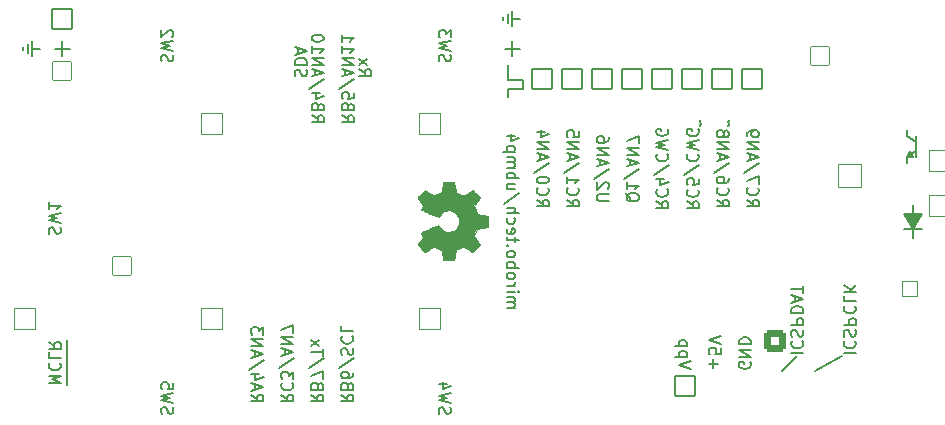
<source format=gbr>
%TF.GenerationSoftware,KiCad,Pcbnew,7.0.2-0*%
%TF.CreationDate,2023-04-26T13:01:35-04:00*%
%TF.ProjectId,UBMP430,55424d50-3433-4302-9e6b-696361645f70,3*%
%TF.SameCoordinates,Original*%
%TF.FileFunction,Legend,Bot*%
%TF.FilePolarity,Positive*%
%FSLAX46Y46*%
G04 Gerber Fmt 4.6, Leading zero omitted, Abs format (unit mm)*
G04 Created by KiCad (PCBNEW 7.0.2-0) date 2023-04-26 13:01:35*
%MOMM*%
%LPD*%
G01*
G04 APERTURE LIST*
G04 Aperture macros list*
%AMRoundRect*
0 Rectangle with rounded corners*
0 $1 Rounding radius*
0 $2 $3 $4 $5 $6 $7 $8 $9 X,Y pos of 4 corners*
0 Add a 4 corners polygon primitive as box body*
4,1,4,$2,$3,$4,$5,$6,$7,$8,$9,$2,$3,0*
0 Add four circle primitives for the rounded corners*
1,1,$1+$1,$2,$3*
1,1,$1+$1,$4,$5*
1,1,$1+$1,$6,$7*
1,1,$1+$1,$8,$9*
0 Add four rect primitives between the rounded corners*
20,1,$1+$1,$2,$3,$4,$5,0*
20,1,$1+$1,$4,$5,$6,$7,0*
20,1,$1+$1,$6,$7,$8,$9,0*
20,1,$1+$1,$8,$9,$2,$3,0*%
G04 Aperture macros list end*
%ADD10C,0.152400*%
%ADD11C,0.150000*%
%ADD12C,0.010000*%
%ADD13C,1.901600*%
%ADD14RoundRect,0.050800X-0.900000X0.900000X-0.900000X-0.900000X0.900000X-0.900000X0.900000X0.900000X0*%
%ADD15RoundRect,0.050800X0.800000X0.800000X-0.800000X0.800000X-0.800000X-0.800000X0.800000X-0.800000X0*%
%ADD16C,1.701600*%
%ADD17RoundRect,0.050800X-0.900000X-0.900000X0.900000X-0.900000X0.900000X0.900000X-0.900000X0.900000X0*%
%ADD18C,2.501600*%
%ADD19O,2.501600X2.501600*%
%ADD20C,6.501600*%
%ADD21O,1.701600X1.701600*%
%ADD22C,2.101600*%
%ADD23RoundRect,0.050800X0.800000X-0.800000X0.800000X0.800000X-0.800000X0.800000X-0.800000X-0.800000X0*%
%ADD24RoundRect,0.050800X0.850000X0.850000X-0.850000X0.850000X-0.850000X-0.850000X0.850000X-0.850000X0*%
%ADD25O,1.801600X1.801600*%
%ADD26RoundRect,0.050800X-0.650000X-0.650000X0.650000X-0.650000X0.650000X0.650000X-0.650000X0.650000X0*%
%ADD27C,1.401600*%
%ADD28C,0.801600*%
%ADD29O,2.501600X1.001600*%
%ADD30O,1.801600X1.001600*%
%ADD31RoundRect,0.050800X-1.000000X1.000000X-1.000000X-1.000000X1.000000X-1.000000X1.000000X1.000000X0*%
%ADD32RoundRect,0.301000X0.649800X-0.649800X0.649800X0.649800X-0.649800X0.649800X-0.649800X-0.649800X0*%
%ADD33RoundRect,0.050800X0.850000X-0.850000X0.850000X0.850000X-0.850000X0.850000X-0.850000X-0.850000X0*%
%ADD34RoundRect,0.050800X0.900000X-0.900000X0.900000X0.900000X-0.900000X0.900000X-0.900000X-0.900000X0*%
%ADD35RoundRect,0.050800X-0.850000X0.850000X-0.850000X-0.850000X0.850000X-0.850000X0.850000X0.850000X0*%
G04 APERTURE END LIST*
D10*
X151384000Y-90424000D02*
X151384000Y-91059000D01*
D11*
X113030000Y-86995000D02*
X114300000Y-86995000D01*
X175895000Y-113030000D02*
X174625000Y-114300000D01*
D10*
X110744000Y-86614000D02*
X110744000Y-87376000D01*
D11*
X185674000Y-100203000D02*
X185674000Y-102997000D01*
X110363000Y-86868000D02*
X110363000Y-87122000D01*
D10*
X151384000Y-88392000D02*
X151384000Y-89662000D01*
D11*
X114046000Y-115443000D02*
X114046000Y-111633000D01*
X185928000Y-94361000D02*
X185928000Y-96139000D01*
D10*
X151765000Y-86360000D02*
X151765000Y-87630000D01*
D11*
X184912000Y-102235000D02*
X186436000Y-102235000D01*
D10*
X151384000Y-84074000D02*
X151384000Y-84836000D01*
D11*
X151003000Y-84328000D02*
X151003000Y-84582000D01*
X185166000Y-96139000D02*
X185166000Y-96647000D01*
X179705000Y-113030000D02*
X177419000Y-114300000D01*
X185674000Y-102235000D02*
X184912000Y-100965000D01*
X186436000Y-100965000D01*
X185674000Y-102235000D01*
G36*
X185674000Y-102235000D02*
G01*
X184912000Y-100965000D01*
X186436000Y-100965000D01*
X185674000Y-102235000D01*
G37*
D10*
X151765000Y-84455000D02*
X152400000Y-84455000D01*
D11*
X113665000Y-86360000D02*
X113665000Y-87630000D01*
X185674000Y-96139000D02*
X185166000Y-96139000D01*
X185420000Y-95631000D01*
X185674000Y-96139000D01*
G36*
X185674000Y-96139000D02*
G01*
X185166000Y-96139000D01*
X185420000Y-95631000D01*
X185674000Y-96139000D01*
G37*
D10*
X152654000Y-89725500D02*
X152654000Y-90360500D01*
X111125000Y-86995000D02*
X111760000Y-86995000D01*
D11*
X185166000Y-93853000D02*
X185166000Y-94361000D01*
X185928000Y-95631000D02*
X185166000Y-96139000D01*
D10*
X111125000Y-86360000D02*
X111125000Y-87630000D01*
D11*
X185166000Y-94361000D02*
X185928000Y-94869000D01*
D10*
X152400000Y-86995000D02*
X151130000Y-86995000D01*
X152654000Y-89662000D02*
X151384000Y-89662000D01*
X151384000Y-90424000D02*
X152654000Y-90424000D01*
X151765000Y-83820000D02*
X151765000Y-85090000D01*
D11*
X129662380Y-116284476D02*
X130138571Y-116617809D01*
X129662380Y-116855904D02*
X130662380Y-116855904D01*
X130662380Y-116855904D02*
X130662380Y-116474952D01*
X130662380Y-116474952D02*
X130614761Y-116379714D01*
X130614761Y-116379714D02*
X130567142Y-116332095D01*
X130567142Y-116332095D02*
X130471904Y-116284476D01*
X130471904Y-116284476D02*
X130329047Y-116284476D01*
X130329047Y-116284476D02*
X130233809Y-116332095D01*
X130233809Y-116332095D02*
X130186190Y-116379714D01*
X130186190Y-116379714D02*
X130138571Y-116474952D01*
X130138571Y-116474952D02*
X130138571Y-116855904D01*
X129948095Y-115903523D02*
X129948095Y-115427333D01*
X129662380Y-115998761D02*
X130662380Y-115665428D01*
X130662380Y-115665428D02*
X129662380Y-115332095D01*
X130329047Y-114570190D02*
X129662380Y-114570190D01*
X130710000Y-114808285D02*
X129995714Y-115046380D01*
X129995714Y-115046380D02*
X129995714Y-114427333D01*
X130710000Y-113332095D02*
X129424285Y-114189237D01*
X129948095Y-113046380D02*
X129948095Y-112570190D01*
X129662380Y-113141618D02*
X130662380Y-112808285D01*
X130662380Y-112808285D02*
X129662380Y-112474952D01*
X129662380Y-112141618D02*
X130662380Y-112141618D01*
X130662380Y-112141618D02*
X129662380Y-111570190D01*
X129662380Y-111570190D02*
X130662380Y-111570190D01*
X130662380Y-111189237D02*
X130662380Y-110570190D01*
X130662380Y-110570190D02*
X130281428Y-110903523D01*
X130281428Y-110903523D02*
X130281428Y-110760666D01*
X130281428Y-110760666D02*
X130233809Y-110665428D01*
X130233809Y-110665428D02*
X130186190Y-110617809D01*
X130186190Y-110617809D02*
X130090952Y-110570190D01*
X130090952Y-110570190D02*
X129852857Y-110570190D01*
X129852857Y-110570190D02*
X129757619Y-110617809D01*
X129757619Y-110617809D02*
X129710000Y-110665428D01*
X129710000Y-110665428D02*
X129662380Y-110760666D01*
X129662380Y-110760666D02*
X129662380Y-111046380D01*
X129662380Y-111046380D02*
X129710000Y-111141618D01*
X129710000Y-111141618D02*
X129757619Y-111189237D01*
X166857380Y-114077761D02*
X165857380Y-113744428D01*
X165857380Y-113744428D02*
X166857380Y-113411095D01*
X166524047Y-113077761D02*
X165524047Y-113077761D01*
X166476428Y-113077761D02*
X166524047Y-112982523D01*
X166524047Y-112982523D02*
X166524047Y-112792047D01*
X166524047Y-112792047D02*
X166476428Y-112696809D01*
X166476428Y-112696809D02*
X166428809Y-112649190D01*
X166428809Y-112649190D02*
X166333571Y-112601571D01*
X166333571Y-112601571D02*
X166047857Y-112601571D01*
X166047857Y-112601571D02*
X165952619Y-112649190D01*
X165952619Y-112649190D02*
X165905000Y-112696809D01*
X165905000Y-112696809D02*
X165857380Y-112792047D01*
X165857380Y-112792047D02*
X165857380Y-112982523D01*
X165857380Y-112982523D02*
X165905000Y-113077761D01*
X166524047Y-112172999D02*
X165524047Y-112172999D01*
X166476428Y-112172999D02*
X166524047Y-112077761D01*
X166524047Y-112077761D02*
X166524047Y-111887285D01*
X166524047Y-111887285D02*
X166476428Y-111792047D01*
X166476428Y-111792047D02*
X166428809Y-111744428D01*
X166428809Y-111744428D02*
X166333571Y-111696809D01*
X166333571Y-111696809D02*
X166047857Y-111696809D01*
X166047857Y-111696809D02*
X165952619Y-111744428D01*
X165952619Y-111744428D02*
X165905000Y-111792047D01*
X165905000Y-111792047D02*
X165857380Y-111887285D01*
X165857380Y-111887285D02*
X165857380Y-112077761D01*
X165857380Y-112077761D02*
X165905000Y-112172999D01*
X145585000Y-117919523D02*
X145537380Y-117776666D01*
X145537380Y-117776666D02*
X145537380Y-117538571D01*
X145537380Y-117538571D02*
X145585000Y-117443333D01*
X145585000Y-117443333D02*
X145632619Y-117395714D01*
X145632619Y-117395714D02*
X145727857Y-117348095D01*
X145727857Y-117348095D02*
X145823095Y-117348095D01*
X145823095Y-117348095D02*
X145918333Y-117395714D01*
X145918333Y-117395714D02*
X145965952Y-117443333D01*
X145965952Y-117443333D02*
X146013571Y-117538571D01*
X146013571Y-117538571D02*
X146061190Y-117729047D01*
X146061190Y-117729047D02*
X146108809Y-117824285D01*
X146108809Y-117824285D02*
X146156428Y-117871904D01*
X146156428Y-117871904D02*
X146251666Y-117919523D01*
X146251666Y-117919523D02*
X146346904Y-117919523D01*
X146346904Y-117919523D02*
X146442142Y-117871904D01*
X146442142Y-117871904D02*
X146489761Y-117824285D01*
X146489761Y-117824285D02*
X146537380Y-117729047D01*
X146537380Y-117729047D02*
X146537380Y-117490952D01*
X146537380Y-117490952D02*
X146489761Y-117348095D01*
X146537380Y-117014761D02*
X145537380Y-116776666D01*
X145537380Y-116776666D02*
X146251666Y-116586190D01*
X146251666Y-116586190D02*
X145537380Y-116395714D01*
X145537380Y-116395714D02*
X146537380Y-116157619D01*
X146204047Y-115348095D02*
X145537380Y-115348095D01*
X146585000Y-115586190D02*
X145870714Y-115824285D01*
X145870714Y-115824285D02*
X145870714Y-115205238D01*
X133393000Y-89344523D02*
X133345380Y-89201666D01*
X133345380Y-89201666D02*
X133345380Y-88963571D01*
X133345380Y-88963571D02*
X133393000Y-88868333D01*
X133393000Y-88868333D02*
X133440619Y-88820714D01*
X133440619Y-88820714D02*
X133535857Y-88773095D01*
X133535857Y-88773095D02*
X133631095Y-88773095D01*
X133631095Y-88773095D02*
X133726333Y-88820714D01*
X133726333Y-88820714D02*
X133773952Y-88868333D01*
X133773952Y-88868333D02*
X133821571Y-88963571D01*
X133821571Y-88963571D02*
X133869190Y-89154047D01*
X133869190Y-89154047D02*
X133916809Y-89249285D01*
X133916809Y-89249285D02*
X133964428Y-89296904D01*
X133964428Y-89296904D02*
X134059666Y-89344523D01*
X134059666Y-89344523D02*
X134154904Y-89344523D01*
X134154904Y-89344523D02*
X134250142Y-89296904D01*
X134250142Y-89296904D02*
X134297761Y-89249285D01*
X134297761Y-89249285D02*
X134345380Y-89154047D01*
X134345380Y-89154047D02*
X134345380Y-88915952D01*
X134345380Y-88915952D02*
X134297761Y-88773095D01*
X133345380Y-88344523D02*
X134345380Y-88344523D01*
X134345380Y-88344523D02*
X134345380Y-88106428D01*
X134345380Y-88106428D02*
X134297761Y-87963571D01*
X134297761Y-87963571D02*
X134202523Y-87868333D01*
X134202523Y-87868333D02*
X134107285Y-87820714D01*
X134107285Y-87820714D02*
X133916809Y-87773095D01*
X133916809Y-87773095D02*
X133773952Y-87773095D01*
X133773952Y-87773095D02*
X133583476Y-87820714D01*
X133583476Y-87820714D02*
X133488238Y-87868333D01*
X133488238Y-87868333D02*
X133393000Y-87963571D01*
X133393000Y-87963571D02*
X133345380Y-88106428D01*
X133345380Y-88106428D02*
X133345380Y-88344523D01*
X133631095Y-87392142D02*
X133631095Y-86915952D01*
X133345380Y-87487380D02*
X134345380Y-87154047D01*
X134345380Y-87154047D02*
X133345380Y-86820714D01*
X137332380Y-92630238D02*
X137808571Y-92963571D01*
X137332380Y-93201666D02*
X138332380Y-93201666D01*
X138332380Y-93201666D02*
X138332380Y-92820714D01*
X138332380Y-92820714D02*
X138284761Y-92725476D01*
X138284761Y-92725476D02*
X138237142Y-92677857D01*
X138237142Y-92677857D02*
X138141904Y-92630238D01*
X138141904Y-92630238D02*
X137999047Y-92630238D01*
X137999047Y-92630238D02*
X137903809Y-92677857D01*
X137903809Y-92677857D02*
X137856190Y-92725476D01*
X137856190Y-92725476D02*
X137808571Y-92820714D01*
X137808571Y-92820714D02*
X137808571Y-93201666D01*
X137856190Y-91868333D02*
X137808571Y-91725476D01*
X137808571Y-91725476D02*
X137760952Y-91677857D01*
X137760952Y-91677857D02*
X137665714Y-91630238D01*
X137665714Y-91630238D02*
X137522857Y-91630238D01*
X137522857Y-91630238D02*
X137427619Y-91677857D01*
X137427619Y-91677857D02*
X137380000Y-91725476D01*
X137380000Y-91725476D02*
X137332380Y-91820714D01*
X137332380Y-91820714D02*
X137332380Y-92201666D01*
X137332380Y-92201666D02*
X138332380Y-92201666D01*
X138332380Y-92201666D02*
X138332380Y-91868333D01*
X138332380Y-91868333D02*
X138284761Y-91773095D01*
X138284761Y-91773095D02*
X138237142Y-91725476D01*
X138237142Y-91725476D02*
X138141904Y-91677857D01*
X138141904Y-91677857D02*
X138046666Y-91677857D01*
X138046666Y-91677857D02*
X137951428Y-91725476D01*
X137951428Y-91725476D02*
X137903809Y-91773095D01*
X137903809Y-91773095D02*
X137856190Y-91868333D01*
X137856190Y-91868333D02*
X137856190Y-92201666D01*
X138332380Y-90725476D02*
X138332380Y-91201666D01*
X138332380Y-91201666D02*
X137856190Y-91249285D01*
X137856190Y-91249285D02*
X137903809Y-91201666D01*
X137903809Y-91201666D02*
X137951428Y-91106428D01*
X137951428Y-91106428D02*
X137951428Y-90868333D01*
X137951428Y-90868333D02*
X137903809Y-90773095D01*
X137903809Y-90773095D02*
X137856190Y-90725476D01*
X137856190Y-90725476D02*
X137760952Y-90677857D01*
X137760952Y-90677857D02*
X137522857Y-90677857D01*
X137522857Y-90677857D02*
X137427619Y-90725476D01*
X137427619Y-90725476D02*
X137380000Y-90773095D01*
X137380000Y-90773095D02*
X137332380Y-90868333D01*
X137332380Y-90868333D02*
X137332380Y-91106428D01*
X137332380Y-91106428D02*
X137380000Y-91201666D01*
X137380000Y-91201666D02*
X137427619Y-91249285D01*
X138380000Y-89535000D02*
X137094285Y-90392142D01*
X137618095Y-89249285D02*
X137618095Y-88773095D01*
X137332380Y-89344523D02*
X138332380Y-89011190D01*
X138332380Y-89011190D02*
X137332380Y-88677857D01*
X137332380Y-88344523D02*
X138332380Y-88344523D01*
X138332380Y-88344523D02*
X137332380Y-87773095D01*
X137332380Y-87773095D02*
X138332380Y-87773095D01*
X137332380Y-86773095D02*
X137332380Y-87344523D01*
X137332380Y-87058809D02*
X138332380Y-87058809D01*
X138332380Y-87058809D02*
X138189523Y-87154047D01*
X138189523Y-87154047D02*
X138094285Y-87249285D01*
X138094285Y-87249285D02*
X138046666Y-87344523D01*
X137332380Y-85820714D02*
X137332380Y-86392142D01*
X137332380Y-86106428D02*
X138332380Y-86106428D01*
X138332380Y-86106428D02*
X138189523Y-86201666D01*
X138189523Y-86201666D02*
X138094285Y-86296904D01*
X138094285Y-86296904D02*
X138046666Y-86392142D01*
X171889761Y-113538095D02*
X171937380Y-113633333D01*
X171937380Y-113633333D02*
X171937380Y-113776190D01*
X171937380Y-113776190D02*
X171889761Y-113919047D01*
X171889761Y-113919047D02*
X171794523Y-114014285D01*
X171794523Y-114014285D02*
X171699285Y-114061904D01*
X171699285Y-114061904D02*
X171508809Y-114109523D01*
X171508809Y-114109523D02*
X171365952Y-114109523D01*
X171365952Y-114109523D02*
X171175476Y-114061904D01*
X171175476Y-114061904D02*
X171080238Y-114014285D01*
X171080238Y-114014285D02*
X170985000Y-113919047D01*
X170985000Y-113919047D02*
X170937380Y-113776190D01*
X170937380Y-113776190D02*
X170937380Y-113680952D01*
X170937380Y-113680952D02*
X170985000Y-113538095D01*
X170985000Y-113538095D02*
X171032619Y-113490476D01*
X171032619Y-113490476D02*
X171365952Y-113490476D01*
X171365952Y-113490476D02*
X171365952Y-113680952D01*
X170937380Y-113061904D02*
X171937380Y-113061904D01*
X171937380Y-113061904D02*
X170937380Y-112490476D01*
X170937380Y-112490476D02*
X171937380Y-112490476D01*
X170937380Y-112014285D02*
X171937380Y-112014285D01*
X171937380Y-112014285D02*
X171937380Y-111776190D01*
X171937380Y-111776190D02*
X171889761Y-111633333D01*
X171889761Y-111633333D02*
X171794523Y-111538095D01*
X171794523Y-111538095D02*
X171699285Y-111490476D01*
X171699285Y-111490476D02*
X171508809Y-111442857D01*
X171508809Y-111442857D02*
X171365952Y-111442857D01*
X171365952Y-111442857D02*
X171175476Y-111490476D01*
X171175476Y-111490476D02*
X171080238Y-111538095D01*
X171080238Y-111538095D02*
X170985000Y-111633333D01*
X170985000Y-111633333D02*
X170937380Y-111776190D01*
X170937380Y-111776190D02*
X170937380Y-112014285D01*
X169082380Y-99774047D02*
X169558571Y-100107380D01*
X169082380Y-100345475D02*
X170082380Y-100345475D01*
X170082380Y-100345475D02*
X170082380Y-99964523D01*
X170082380Y-99964523D02*
X170034761Y-99869285D01*
X170034761Y-99869285D02*
X169987142Y-99821666D01*
X169987142Y-99821666D02*
X169891904Y-99774047D01*
X169891904Y-99774047D02*
X169749047Y-99774047D01*
X169749047Y-99774047D02*
X169653809Y-99821666D01*
X169653809Y-99821666D02*
X169606190Y-99869285D01*
X169606190Y-99869285D02*
X169558571Y-99964523D01*
X169558571Y-99964523D02*
X169558571Y-100345475D01*
X169177619Y-98774047D02*
X169130000Y-98821666D01*
X169130000Y-98821666D02*
X169082380Y-98964523D01*
X169082380Y-98964523D02*
X169082380Y-99059761D01*
X169082380Y-99059761D02*
X169130000Y-99202618D01*
X169130000Y-99202618D02*
X169225238Y-99297856D01*
X169225238Y-99297856D02*
X169320476Y-99345475D01*
X169320476Y-99345475D02*
X169510952Y-99393094D01*
X169510952Y-99393094D02*
X169653809Y-99393094D01*
X169653809Y-99393094D02*
X169844285Y-99345475D01*
X169844285Y-99345475D02*
X169939523Y-99297856D01*
X169939523Y-99297856D02*
X170034761Y-99202618D01*
X170034761Y-99202618D02*
X170082380Y-99059761D01*
X170082380Y-99059761D02*
X170082380Y-98964523D01*
X170082380Y-98964523D02*
X170034761Y-98821666D01*
X170034761Y-98821666D02*
X169987142Y-98774047D01*
X170082380Y-97916904D02*
X170082380Y-98107380D01*
X170082380Y-98107380D02*
X170034761Y-98202618D01*
X170034761Y-98202618D02*
X169987142Y-98250237D01*
X169987142Y-98250237D02*
X169844285Y-98345475D01*
X169844285Y-98345475D02*
X169653809Y-98393094D01*
X169653809Y-98393094D02*
X169272857Y-98393094D01*
X169272857Y-98393094D02*
X169177619Y-98345475D01*
X169177619Y-98345475D02*
X169130000Y-98297856D01*
X169130000Y-98297856D02*
X169082380Y-98202618D01*
X169082380Y-98202618D02*
X169082380Y-98012142D01*
X169082380Y-98012142D02*
X169130000Y-97916904D01*
X169130000Y-97916904D02*
X169177619Y-97869285D01*
X169177619Y-97869285D02*
X169272857Y-97821666D01*
X169272857Y-97821666D02*
X169510952Y-97821666D01*
X169510952Y-97821666D02*
X169606190Y-97869285D01*
X169606190Y-97869285D02*
X169653809Y-97916904D01*
X169653809Y-97916904D02*
X169701428Y-98012142D01*
X169701428Y-98012142D02*
X169701428Y-98202618D01*
X169701428Y-98202618D02*
X169653809Y-98297856D01*
X169653809Y-98297856D02*
X169606190Y-98345475D01*
X169606190Y-98345475D02*
X169510952Y-98393094D01*
X170130000Y-96678809D02*
X168844285Y-97535951D01*
X169368095Y-96393094D02*
X169368095Y-95916904D01*
X169082380Y-96488332D02*
X170082380Y-96154999D01*
X170082380Y-96154999D02*
X169082380Y-95821666D01*
X169082380Y-95488332D02*
X170082380Y-95488332D01*
X170082380Y-95488332D02*
X169082380Y-94916904D01*
X169082380Y-94916904D02*
X170082380Y-94916904D01*
X169653809Y-94297856D02*
X169701428Y-94393094D01*
X169701428Y-94393094D02*
X169749047Y-94440713D01*
X169749047Y-94440713D02*
X169844285Y-94488332D01*
X169844285Y-94488332D02*
X169891904Y-94488332D01*
X169891904Y-94488332D02*
X169987142Y-94440713D01*
X169987142Y-94440713D02*
X170034761Y-94393094D01*
X170034761Y-94393094D02*
X170082380Y-94297856D01*
X170082380Y-94297856D02*
X170082380Y-94107380D01*
X170082380Y-94107380D02*
X170034761Y-94012142D01*
X170034761Y-94012142D02*
X169987142Y-93964523D01*
X169987142Y-93964523D02*
X169891904Y-93916904D01*
X169891904Y-93916904D02*
X169844285Y-93916904D01*
X169844285Y-93916904D02*
X169749047Y-93964523D01*
X169749047Y-93964523D02*
X169701428Y-94012142D01*
X169701428Y-94012142D02*
X169653809Y-94107380D01*
X169653809Y-94107380D02*
X169653809Y-94297856D01*
X169653809Y-94297856D02*
X169606190Y-94393094D01*
X169606190Y-94393094D02*
X169558571Y-94440713D01*
X169558571Y-94440713D02*
X169463333Y-94488332D01*
X169463333Y-94488332D02*
X169272857Y-94488332D01*
X169272857Y-94488332D02*
X169177619Y-94440713D01*
X169177619Y-94440713D02*
X169130000Y-94393094D01*
X169130000Y-94393094D02*
X169082380Y-94297856D01*
X169082380Y-94297856D02*
X169082380Y-94107380D01*
X169082380Y-94107380D02*
X169130000Y-94012142D01*
X169130000Y-94012142D02*
X169177619Y-93964523D01*
X169177619Y-93964523D02*
X169272857Y-93916904D01*
X169272857Y-93916904D02*
X169463333Y-93916904D01*
X169463333Y-93916904D02*
X169558571Y-93964523D01*
X169558571Y-93964523D02*
X169606190Y-94012142D01*
X169606190Y-94012142D02*
X169653809Y-94107380D01*
X122090000Y-88074523D02*
X122042380Y-87931666D01*
X122042380Y-87931666D02*
X122042380Y-87693571D01*
X122042380Y-87693571D02*
X122090000Y-87598333D01*
X122090000Y-87598333D02*
X122137619Y-87550714D01*
X122137619Y-87550714D02*
X122232857Y-87503095D01*
X122232857Y-87503095D02*
X122328095Y-87503095D01*
X122328095Y-87503095D02*
X122423333Y-87550714D01*
X122423333Y-87550714D02*
X122470952Y-87598333D01*
X122470952Y-87598333D02*
X122518571Y-87693571D01*
X122518571Y-87693571D02*
X122566190Y-87884047D01*
X122566190Y-87884047D02*
X122613809Y-87979285D01*
X122613809Y-87979285D02*
X122661428Y-88026904D01*
X122661428Y-88026904D02*
X122756666Y-88074523D01*
X122756666Y-88074523D02*
X122851904Y-88074523D01*
X122851904Y-88074523D02*
X122947142Y-88026904D01*
X122947142Y-88026904D02*
X122994761Y-87979285D01*
X122994761Y-87979285D02*
X123042380Y-87884047D01*
X123042380Y-87884047D02*
X123042380Y-87645952D01*
X123042380Y-87645952D02*
X122994761Y-87503095D01*
X123042380Y-87169761D02*
X122042380Y-86931666D01*
X122042380Y-86931666D02*
X122756666Y-86741190D01*
X122756666Y-86741190D02*
X122042380Y-86550714D01*
X122042380Y-86550714D02*
X123042380Y-86312619D01*
X122947142Y-85979285D02*
X122994761Y-85931666D01*
X122994761Y-85931666D02*
X123042380Y-85836428D01*
X123042380Y-85836428D02*
X123042380Y-85598333D01*
X123042380Y-85598333D02*
X122994761Y-85503095D01*
X122994761Y-85503095D02*
X122947142Y-85455476D01*
X122947142Y-85455476D02*
X122851904Y-85407857D01*
X122851904Y-85407857D02*
X122756666Y-85407857D01*
X122756666Y-85407857D02*
X122613809Y-85455476D01*
X122613809Y-85455476D02*
X122042380Y-86026904D01*
X122042380Y-86026904D02*
X122042380Y-85407857D01*
D10*
X151294979Y-108905523D02*
X151972312Y-108905523D01*
X151875550Y-108905523D02*
X151923931Y-108857142D01*
X151923931Y-108857142D02*
X151972312Y-108760380D01*
X151972312Y-108760380D02*
X151972312Y-108615237D01*
X151972312Y-108615237D02*
X151923931Y-108518475D01*
X151923931Y-108518475D02*
X151827169Y-108470094D01*
X151827169Y-108470094D02*
X151294979Y-108470094D01*
X151827169Y-108470094D02*
X151923931Y-108421713D01*
X151923931Y-108421713D02*
X151972312Y-108324951D01*
X151972312Y-108324951D02*
X151972312Y-108179808D01*
X151972312Y-108179808D02*
X151923931Y-108083047D01*
X151923931Y-108083047D02*
X151827169Y-108034666D01*
X151827169Y-108034666D02*
X151294979Y-108034666D01*
X151294979Y-107550856D02*
X151972312Y-107550856D01*
X152310979Y-107550856D02*
X152262598Y-107599237D01*
X152262598Y-107599237D02*
X152214217Y-107550856D01*
X152214217Y-107550856D02*
X152262598Y-107502475D01*
X152262598Y-107502475D02*
X152310979Y-107550856D01*
X152310979Y-107550856D02*
X152214217Y-107550856D01*
X151294979Y-107067046D02*
X151972312Y-107067046D01*
X151778788Y-107067046D02*
X151875550Y-107018665D01*
X151875550Y-107018665D02*
X151923931Y-106970284D01*
X151923931Y-106970284D02*
X151972312Y-106873522D01*
X151972312Y-106873522D02*
X151972312Y-106776760D01*
X151294979Y-106292951D02*
X151343360Y-106389713D01*
X151343360Y-106389713D02*
X151391740Y-106438094D01*
X151391740Y-106438094D02*
X151488502Y-106486475D01*
X151488502Y-106486475D02*
X151778788Y-106486475D01*
X151778788Y-106486475D02*
X151875550Y-106438094D01*
X151875550Y-106438094D02*
X151923931Y-106389713D01*
X151923931Y-106389713D02*
X151972312Y-106292951D01*
X151972312Y-106292951D02*
X151972312Y-106147808D01*
X151972312Y-106147808D02*
X151923931Y-106051046D01*
X151923931Y-106051046D02*
X151875550Y-106002665D01*
X151875550Y-106002665D02*
X151778788Y-105954284D01*
X151778788Y-105954284D02*
X151488502Y-105954284D01*
X151488502Y-105954284D02*
X151391740Y-106002665D01*
X151391740Y-106002665D02*
X151343360Y-106051046D01*
X151343360Y-106051046D02*
X151294979Y-106147808D01*
X151294979Y-106147808D02*
X151294979Y-106292951D01*
X151294979Y-105518856D02*
X152310979Y-105518856D01*
X151923931Y-105518856D02*
X151972312Y-105422094D01*
X151972312Y-105422094D02*
X151972312Y-105228570D01*
X151972312Y-105228570D02*
X151923931Y-105131808D01*
X151923931Y-105131808D02*
X151875550Y-105083427D01*
X151875550Y-105083427D02*
X151778788Y-105035046D01*
X151778788Y-105035046D02*
X151488502Y-105035046D01*
X151488502Y-105035046D02*
X151391740Y-105083427D01*
X151391740Y-105083427D02*
X151343360Y-105131808D01*
X151343360Y-105131808D02*
X151294979Y-105228570D01*
X151294979Y-105228570D02*
X151294979Y-105422094D01*
X151294979Y-105422094D02*
X151343360Y-105518856D01*
X151294979Y-104454475D02*
X151343360Y-104551237D01*
X151343360Y-104551237D02*
X151391740Y-104599618D01*
X151391740Y-104599618D02*
X151488502Y-104647999D01*
X151488502Y-104647999D02*
X151778788Y-104647999D01*
X151778788Y-104647999D02*
X151875550Y-104599618D01*
X151875550Y-104599618D02*
X151923931Y-104551237D01*
X151923931Y-104551237D02*
X151972312Y-104454475D01*
X151972312Y-104454475D02*
X151972312Y-104309332D01*
X151972312Y-104309332D02*
X151923931Y-104212570D01*
X151923931Y-104212570D02*
X151875550Y-104164189D01*
X151875550Y-104164189D02*
X151778788Y-104115808D01*
X151778788Y-104115808D02*
X151488502Y-104115808D01*
X151488502Y-104115808D02*
X151391740Y-104164189D01*
X151391740Y-104164189D02*
X151343360Y-104212570D01*
X151343360Y-104212570D02*
X151294979Y-104309332D01*
X151294979Y-104309332D02*
X151294979Y-104454475D01*
X151391740Y-103680380D02*
X151343360Y-103631999D01*
X151343360Y-103631999D02*
X151294979Y-103680380D01*
X151294979Y-103680380D02*
X151343360Y-103728761D01*
X151343360Y-103728761D02*
X151391740Y-103680380D01*
X151391740Y-103680380D02*
X151294979Y-103680380D01*
X151972312Y-103341713D02*
X151972312Y-102954665D01*
X152310979Y-103196570D02*
X151440121Y-103196570D01*
X151440121Y-103196570D02*
X151343360Y-103148189D01*
X151343360Y-103148189D02*
X151294979Y-103051427D01*
X151294979Y-103051427D02*
X151294979Y-102954665D01*
X151343360Y-102228951D02*
X151294979Y-102325713D01*
X151294979Y-102325713D02*
X151294979Y-102519237D01*
X151294979Y-102519237D02*
X151343360Y-102615999D01*
X151343360Y-102615999D02*
X151440121Y-102664380D01*
X151440121Y-102664380D02*
X151827169Y-102664380D01*
X151827169Y-102664380D02*
X151923931Y-102615999D01*
X151923931Y-102615999D02*
X151972312Y-102519237D01*
X151972312Y-102519237D02*
X151972312Y-102325713D01*
X151972312Y-102325713D02*
X151923931Y-102228951D01*
X151923931Y-102228951D02*
X151827169Y-102180570D01*
X151827169Y-102180570D02*
X151730407Y-102180570D01*
X151730407Y-102180570D02*
X151633645Y-102664380D01*
X151343360Y-101309713D02*
X151294979Y-101406475D01*
X151294979Y-101406475D02*
X151294979Y-101599999D01*
X151294979Y-101599999D02*
X151343360Y-101696761D01*
X151343360Y-101696761D02*
X151391740Y-101745142D01*
X151391740Y-101745142D02*
X151488502Y-101793523D01*
X151488502Y-101793523D02*
X151778788Y-101793523D01*
X151778788Y-101793523D02*
X151875550Y-101745142D01*
X151875550Y-101745142D02*
X151923931Y-101696761D01*
X151923931Y-101696761D02*
X151972312Y-101599999D01*
X151972312Y-101599999D02*
X151972312Y-101406475D01*
X151972312Y-101406475D02*
X151923931Y-101309713D01*
X151294979Y-100874285D02*
X152310979Y-100874285D01*
X151294979Y-100438856D02*
X151827169Y-100438856D01*
X151827169Y-100438856D02*
X151923931Y-100487237D01*
X151923931Y-100487237D02*
X151972312Y-100583999D01*
X151972312Y-100583999D02*
X151972312Y-100729142D01*
X151972312Y-100729142D02*
X151923931Y-100825904D01*
X151923931Y-100825904D02*
X151875550Y-100874285D01*
X152359360Y-99229332D02*
X151053074Y-100100190D01*
X151972312Y-98455237D02*
X151294979Y-98455237D01*
X151972312Y-98890666D02*
X151440121Y-98890666D01*
X151440121Y-98890666D02*
X151343360Y-98842285D01*
X151343360Y-98842285D02*
X151294979Y-98745523D01*
X151294979Y-98745523D02*
X151294979Y-98600380D01*
X151294979Y-98600380D02*
X151343360Y-98503618D01*
X151343360Y-98503618D02*
X151391740Y-98455237D01*
X151294979Y-97971428D02*
X152310979Y-97971428D01*
X151923931Y-97971428D02*
X151972312Y-97874666D01*
X151972312Y-97874666D02*
X151972312Y-97681142D01*
X151972312Y-97681142D02*
X151923931Y-97584380D01*
X151923931Y-97584380D02*
X151875550Y-97535999D01*
X151875550Y-97535999D02*
X151778788Y-97487618D01*
X151778788Y-97487618D02*
X151488502Y-97487618D01*
X151488502Y-97487618D02*
X151391740Y-97535999D01*
X151391740Y-97535999D02*
X151343360Y-97584380D01*
X151343360Y-97584380D02*
X151294979Y-97681142D01*
X151294979Y-97681142D02*
X151294979Y-97874666D01*
X151294979Y-97874666D02*
X151343360Y-97971428D01*
X151294979Y-97052190D02*
X151972312Y-97052190D01*
X151875550Y-97052190D02*
X151923931Y-97003809D01*
X151923931Y-97003809D02*
X151972312Y-96907047D01*
X151972312Y-96907047D02*
X151972312Y-96761904D01*
X151972312Y-96761904D02*
X151923931Y-96665142D01*
X151923931Y-96665142D02*
X151827169Y-96616761D01*
X151827169Y-96616761D02*
X151294979Y-96616761D01*
X151827169Y-96616761D02*
X151923931Y-96568380D01*
X151923931Y-96568380D02*
X151972312Y-96471618D01*
X151972312Y-96471618D02*
X151972312Y-96326475D01*
X151972312Y-96326475D02*
X151923931Y-96229714D01*
X151923931Y-96229714D02*
X151827169Y-96181333D01*
X151827169Y-96181333D02*
X151294979Y-96181333D01*
X151972312Y-95697523D02*
X150956312Y-95697523D01*
X151923931Y-95697523D02*
X151972312Y-95600761D01*
X151972312Y-95600761D02*
X151972312Y-95407237D01*
X151972312Y-95407237D02*
X151923931Y-95310475D01*
X151923931Y-95310475D02*
X151875550Y-95262094D01*
X151875550Y-95262094D02*
X151778788Y-95213713D01*
X151778788Y-95213713D02*
X151488502Y-95213713D01*
X151488502Y-95213713D02*
X151391740Y-95262094D01*
X151391740Y-95262094D02*
X151343360Y-95310475D01*
X151343360Y-95310475D02*
X151294979Y-95407237D01*
X151294979Y-95407237D02*
X151294979Y-95600761D01*
X151294979Y-95600761D02*
X151343360Y-95697523D01*
X151972312Y-94342856D02*
X151294979Y-94342856D01*
X152359360Y-94584761D02*
X151633645Y-94826666D01*
X151633645Y-94826666D02*
X151633645Y-94197713D01*
D11*
X175382380Y-112791904D02*
X176382380Y-112791904D01*
X175477619Y-111744286D02*
X175430000Y-111791905D01*
X175430000Y-111791905D02*
X175382380Y-111934762D01*
X175382380Y-111934762D02*
X175382380Y-112030000D01*
X175382380Y-112030000D02*
X175430000Y-112172857D01*
X175430000Y-112172857D02*
X175525238Y-112268095D01*
X175525238Y-112268095D02*
X175620476Y-112315714D01*
X175620476Y-112315714D02*
X175810952Y-112363333D01*
X175810952Y-112363333D02*
X175953809Y-112363333D01*
X175953809Y-112363333D02*
X176144285Y-112315714D01*
X176144285Y-112315714D02*
X176239523Y-112268095D01*
X176239523Y-112268095D02*
X176334761Y-112172857D01*
X176334761Y-112172857D02*
X176382380Y-112030000D01*
X176382380Y-112030000D02*
X176382380Y-111934762D01*
X176382380Y-111934762D02*
X176334761Y-111791905D01*
X176334761Y-111791905D02*
X176287142Y-111744286D01*
X175430000Y-111363333D02*
X175382380Y-111220476D01*
X175382380Y-111220476D02*
X175382380Y-110982381D01*
X175382380Y-110982381D02*
X175430000Y-110887143D01*
X175430000Y-110887143D02*
X175477619Y-110839524D01*
X175477619Y-110839524D02*
X175572857Y-110791905D01*
X175572857Y-110791905D02*
X175668095Y-110791905D01*
X175668095Y-110791905D02*
X175763333Y-110839524D01*
X175763333Y-110839524D02*
X175810952Y-110887143D01*
X175810952Y-110887143D02*
X175858571Y-110982381D01*
X175858571Y-110982381D02*
X175906190Y-111172857D01*
X175906190Y-111172857D02*
X175953809Y-111268095D01*
X175953809Y-111268095D02*
X176001428Y-111315714D01*
X176001428Y-111315714D02*
X176096666Y-111363333D01*
X176096666Y-111363333D02*
X176191904Y-111363333D01*
X176191904Y-111363333D02*
X176287142Y-111315714D01*
X176287142Y-111315714D02*
X176334761Y-111268095D01*
X176334761Y-111268095D02*
X176382380Y-111172857D01*
X176382380Y-111172857D02*
X176382380Y-110934762D01*
X176382380Y-110934762D02*
X176334761Y-110791905D01*
X175382380Y-110363333D02*
X176382380Y-110363333D01*
X176382380Y-110363333D02*
X176382380Y-109982381D01*
X176382380Y-109982381D02*
X176334761Y-109887143D01*
X176334761Y-109887143D02*
X176287142Y-109839524D01*
X176287142Y-109839524D02*
X176191904Y-109791905D01*
X176191904Y-109791905D02*
X176049047Y-109791905D01*
X176049047Y-109791905D02*
X175953809Y-109839524D01*
X175953809Y-109839524D02*
X175906190Y-109887143D01*
X175906190Y-109887143D02*
X175858571Y-109982381D01*
X175858571Y-109982381D02*
X175858571Y-110363333D01*
X175382380Y-109363333D02*
X176382380Y-109363333D01*
X176382380Y-109363333D02*
X176382380Y-109125238D01*
X176382380Y-109125238D02*
X176334761Y-108982381D01*
X176334761Y-108982381D02*
X176239523Y-108887143D01*
X176239523Y-108887143D02*
X176144285Y-108839524D01*
X176144285Y-108839524D02*
X175953809Y-108791905D01*
X175953809Y-108791905D02*
X175810952Y-108791905D01*
X175810952Y-108791905D02*
X175620476Y-108839524D01*
X175620476Y-108839524D02*
X175525238Y-108887143D01*
X175525238Y-108887143D02*
X175430000Y-108982381D01*
X175430000Y-108982381D02*
X175382380Y-109125238D01*
X175382380Y-109125238D02*
X175382380Y-109363333D01*
X175668095Y-108410952D02*
X175668095Y-107934762D01*
X175382380Y-108506190D02*
X176382380Y-108172857D01*
X176382380Y-108172857D02*
X175382380Y-107839524D01*
X176382380Y-107649047D02*
X176382380Y-107077619D01*
X175382380Y-107363333D02*
X176382380Y-107363333D01*
X168778333Y-114061904D02*
X168778333Y-113300000D01*
X168397380Y-113680952D02*
X169159285Y-113680952D01*
X169397380Y-112347619D02*
X169397380Y-112823809D01*
X169397380Y-112823809D02*
X168921190Y-112871428D01*
X168921190Y-112871428D02*
X168968809Y-112823809D01*
X168968809Y-112823809D02*
X169016428Y-112728571D01*
X169016428Y-112728571D02*
X169016428Y-112490476D01*
X169016428Y-112490476D02*
X168968809Y-112395238D01*
X168968809Y-112395238D02*
X168921190Y-112347619D01*
X168921190Y-112347619D02*
X168825952Y-112300000D01*
X168825952Y-112300000D02*
X168587857Y-112300000D01*
X168587857Y-112300000D02*
X168492619Y-112347619D01*
X168492619Y-112347619D02*
X168445000Y-112395238D01*
X168445000Y-112395238D02*
X168397380Y-112490476D01*
X168397380Y-112490476D02*
X168397380Y-112728571D01*
X168397380Y-112728571D02*
X168445000Y-112823809D01*
X168445000Y-112823809D02*
X168492619Y-112871428D01*
X169397380Y-112014285D02*
X168397380Y-111680952D01*
X168397380Y-111680952D02*
X169397380Y-111347619D01*
X166542380Y-99916904D02*
X167018571Y-100250237D01*
X166542380Y-100488332D02*
X167542380Y-100488332D01*
X167542380Y-100488332D02*
X167542380Y-100107380D01*
X167542380Y-100107380D02*
X167494761Y-100012142D01*
X167494761Y-100012142D02*
X167447142Y-99964523D01*
X167447142Y-99964523D02*
X167351904Y-99916904D01*
X167351904Y-99916904D02*
X167209047Y-99916904D01*
X167209047Y-99916904D02*
X167113809Y-99964523D01*
X167113809Y-99964523D02*
X167066190Y-100012142D01*
X167066190Y-100012142D02*
X167018571Y-100107380D01*
X167018571Y-100107380D02*
X167018571Y-100488332D01*
X166637619Y-98916904D02*
X166590000Y-98964523D01*
X166590000Y-98964523D02*
X166542380Y-99107380D01*
X166542380Y-99107380D02*
X166542380Y-99202618D01*
X166542380Y-99202618D02*
X166590000Y-99345475D01*
X166590000Y-99345475D02*
X166685238Y-99440713D01*
X166685238Y-99440713D02*
X166780476Y-99488332D01*
X166780476Y-99488332D02*
X166970952Y-99535951D01*
X166970952Y-99535951D02*
X167113809Y-99535951D01*
X167113809Y-99535951D02*
X167304285Y-99488332D01*
X167304285Y-99488332D02*
X167399523Y-99440713D01*
X167399523Y-99440713D02*
X167494761Y-99345475D01*
X167494761Y-99345475D02*
X167542380Y-99202618D01*
X167542380Y-99202618D02*
X167542380Y-99107380D01*
X167542380Y-99107380D02*
X167494761Y-98964523D01*
X167494761Y-98964523D02*
X167447142Y-98916904D01*
X167542380Y-98012142D02*
X167542380Y-98488332D01*
X167542380Y-98488332D02*
X167066190Y-98535951D01*
X167066190Y-98535951D02*
X167113809Y-98488332D01*
X167113809Y-98488332D02*
X167161428Y-98393094D01*
X167161428Y-98393094D02*
X167161428Y-98154999D01*
X167161428Y-98154999D02*
X167113809Y-98059761D01*
X167113809Y-98059761D02*
X167066190Y-98012142D01*
X167066190Y-98012142D02*
X166970952Y-97964523D01*
X166970952Y-97964523D02*
X166732857Y-97964523D01*
X166732857Y-97964523D02*
X166637619Y-98012142D01*
X166637619Y-98012142D02*
X166590000Y-98059761D01*
X166590000Y-98059761D02*
X166542380Y-98154999D01*
X166542380Y-98154999D02*
X166542380Y-98393094D01*
X166542380Y-98393094D02*
X166590000Y-98488332D01*
X166590000Y-98488332D02*
X166637619Y-98535951D01*
X167590000Y-96821666D02*
X166304285Y-97678808D01*
X166637619Y-95916904D02*
X166590000Y-95964523D01*
X166590000Y-95964523D02*
X166542380Y-96107380D01*
X166542380Y-96107380D02*
X166542380Y-96202618D01*
X166542380Y-96202618D02*
X166590000Y-96345475D01*
X166590000Y-96345475D02*
X166685238Y-96440713D01*
X166685238Y-96440713D02*
X166780476Y-96488332D01*
X166780476Y-96488332D02*
X166970952Y-96535951D01*
X166970952Y-96535951D02*
X167113809Y-96535951D01*
X167113809Y-96535951D02*
X167304285Y-96488332D01*
X167304285Y-96488332D02*
X167399523Y-96440713D01*
X167399523Y-96440713D02*
X167494761Y-96345475D01*
X167494761Y-96345475D02*
X167542380Y-96202618D01*
X167542380Y-96202618D02*
X167542380Y-96107380D01*
X167542380Y-96107380D02*
X167494761Y-95964523D01*
X167494761Y-95964523D02*
X167447142Y-95916904D01*
X167542380Y-95583570D02*
X166542380Y-95345475D01*
X166542380Y-95345475D02*
X167256666Y-95154999D01*
X167256666Y-95154999D02*
X166542380Y-94964523D01*
X166542380Y-94964523D02*
X167542380Y-94726428D01*
X167494761Y-93821666D02*
X167542380Y-93916904D01*
X167542380Y-93916904D02*
X167542380Y-94059761D01*
X167542380Y-94059761D02*
X167494761Y-94202618D01*
X167494761Y-94202618D02*
X167399523Y-94297856D01*
X167399523Y-94297856D02*
X167304285Y-94345475D01*
X167304285Y-94345475D02*
X167113809Y-94393094D01*
X167113809Y-94393094D02*
X166970952Y-94393094D01*
X166970952Y-94393094D02*
X166780476Y-94345475D01*
X166780476Y-94345475D02*
X166685238Y-94297856D01*
X166685238Y-94297856D02*
X166590000Y-94202618D01*
X166590000Y-94202618D02*
X166542380Y-94059761D01*
X166542380Y-94059761D02*
X166542380Y-93964523D01*
X166542380Y-93964523D02*
X166590000Y-93821666D01*
X166590000Y-93821666D02*
X166637619Y-93774047D01*
X166637619Y-93774047D02*
X166970952Y-93774047D01*
X166970952Y-93774047D02*
X166970952Y-93964523D01*
X161367142Y-99202619D02*
X161414761Y-99297857D01*
X161414761Y-99297857D02*
X161510000Y-99393095D01*
X161510000Y-99393095D02*
X161652857Y-99535952D01*
X161652857Y-99535952D02*
X161700476Y-99631190D01*
X161700476Y-99631190D02*
X161700476Y-99726428D01*
X161462380Y-99678809D02*
X161510000Y-99774047D01*
X161510000Y-99774047D02*
X161605238Y-99869285D01*
X161605238Y-99869285D02*
X161795714Y-99916904D01*
X161795714Y-99916904D02*
X162129047Y-99916904D01*
X162129047Y-99916904D02*
X162319523Y-99869285D01*
X162319523Y-99869285D02*
X162414761Y-99774047D01*
X162414761Y-99774047D02*
X162462380Y-99678809D01*
X162462380Y-99678809D02*
X162462380Y-99488333D01*
X162462380Y-99488333D02*
X162414761Y-99393095D01*
X162414761Y-99393095D02*
X162319523Y-99297857D01*
X162319523Y-99297857D02*
X162129047Y-99250238D01*
X162129047Y-99250238D02*
X161795714Y-99250238D01*
X161795714Y-99250238D02*
X161605238Y-99297857D01*
X161605238Y-99297857D02*
X161510000Y-99393095D01*
X161510000Y-99393095D02*
X161462380Y-99488333D01*
X161462380Y-99488333D02*
X161462380Y-99678809D01*
X161462380Y-98297857D02*
X161462380Y-98869285D01*
X161462380Y-98583571D02*
X162462380Y-98583571D01*
X162462380Y-98583571D02*
X162319523Y-98678809D01*
X162319523Y-98678809D02*
X162224285Y-98774047D01*
X162224285Y-98774047D02*
X162176666Y-98869285D01*
X162510000Y-97155000D02*
X161224285Y-98012142D01*
X161748095Y-96869285D02*
X161748095Y-96393095D01*
X161462380Y-96964523D02*
X162462380Y-96631190D01*
X162462380Y-96631190D02*
X161462380Y-96297857D01*
X161462380Y-95964523D02*
X162462380Y-95964523D01*
X162462380Y-95964523D02*
X161462380Y-95393095D01*
X161462380Y-95393095D02*
X162462380Y-95393095D01*
X162462380Y-95012142D02*
X162462380Y-94345476D01*
X162462380Y-94345476D02*
X161462380Y-94774047D01*
X167635333Y-93503761D02*
X167682952Y-93456142D01*
X167682952Y-93456142D02*
X167730571Y-93360904D01*
X167730571Y-93360904D02*
X167635333Y-93170428D01*
X167635333Y-93170428D02*
X167682952Y-93075190D01*
X167682952Y-93075190D02*
X167730571Y-93027571D01*
X159922380Y-99869285D02*
X159112857Y-99869285D01*
X159112857Y-99869285D02*
X159017619Y-99821666D01*
X159017619Y-99821666D02*
X158970000Y-99774047D01*
X158970000Y-99774047D02*
X158922380Y-99678809D01*
X158922380Y-99678809D02*
X158922380Y-99488333D01*
X158922380Y-99488333D02*
X158970000Y-99393095D01*
X158970000Y-99393095D02*
X159017619Y-99345476D01*
X159017619Y-99345476D02*
X159112857Y-99297857D01*
X159112857Y-99297857D02*
X159922380Y-99297857D01*
X159827142Y-98869285D02*
X159874761Y-98821666D01*
X159874761Y-98821666D02*
X159922380Y-98726428D01*
X159922380Y-98726428D02*
X159922380Y-98488333D01*
X159922380Y-98488333D02*
X159874761Y-98393095D01*
X159874761Y-98393095D02*
X159827142Y-98345476D01*
X159827142Y-98345476D02*
X159731904Y-98297857D01*
X159731904Y-98297857D02*
X159636666Y-98297857D01*
X159636666Y-98297857D02*
X159493809Y-98345476D01*
X159493809Y-98345476D02*
X158922380Y-98916904D01*
X158922380Y-98916904D02*
X158922380Y-98297857D01*
X159970000Y-97155000D02*
X158684285Y-98012142D01*
X159208095Y-96869285D02*
X159208095Y-96393095D01*
X158922380Y-96964523D02*
X159922380Y-96631190D01*
X159922380Y-96631190D02*
X158922380Y-96297857D01*
X158922380Y-95964523D02*
X159922380Y-95964523D01*
X159922380Y-95964523D02*
X158922380Y-95393095D01*
X158922380Y-95393095D02*
X159922380Y-95393095D01*
X159922380Y-94488333D02*
X159922380Y-94678809D01*
X159922380Y-94678809D02*
X159874761Y-94774047D01*
X159874761Y-94774047D02*
X159827142Y-94821666D01*
X159827142Y-94821666D02*
X159684285Y-94916904D01*
X159684285Y-94916904D02*
X159493809Y-94964523D01*
X159493809Y-94964523D02*
X159112857Y-94964523D01*
X159112857Y-94964523D02*
X159017619Y-94916904D01*
X159017619Y-94916904D02*
X158970000Y-94869285D01*
X158970000Y-94869285D02*
X158922380Y-94774047D01*
X158922380Y-94774047D02*
X158922380Y-94583571D01*
X158922380Y-94583571D02*
X158970000Y-94488333D01*
X158970000Y-94488333D02*
X159017619Y-94440714D01*
X159017619Y-94440714D02*
X159112857Y-94393095D01*
X159112857Y-94393095D02*
X159350952Y-94393095D01*
X159350952Y-94393095D02*
X159446190Y-94440714D01*
X159446190Y-94440714D02*
X159493809Y-94488333D01*
X159493809Y-94488333D02*
X159541428Y-94583571D01*
X159541428Y-94583571D02*
X159541428Y-94774047D01*
X159541428Y-94774047D02*
X159493809Y-94869285D01*
X159493809Y-94869285D02*
X159446190Y-94916904D01*
X159446190Y-94916904D02*
X159350952Y-94964523D01*
X112565000Y-102679523D02*
X112517380Y-102536666D01*
X112517380Y-102536666D02*
X112517380Y-102298571D01*
X112517380Y-102298571D02*
X112565000Y-102203333D01*
X112565000Y-102203333D02*
X112612619Y-102155714D01*
X112612619Y-102155714D02*
X112707857Y-102108095D01*
X112707857Y-102108095D02*
X112803095Y-102108095D01*
X112803095Y-102108095D02*
X112898333Y-102155714D01*
X112898333Y-102155714D02*
X112945952Y-102203333D01*
X112945952Y-102203333D02*
X112993571Y-102298571D01*
X112993571Y-102298571D02*
X113041190Y-102489047D01*
X113041190Y-102489047D02*
X113088809Y-102584285D01*
X113088809Y-102584285D02*
X113136428Y-102631904D01*
X113136428Y-102631904D02*
X113231666Y-102679523D01*
X113231666Y-102679523D02*
X113326904Y-102679523D01*
X113326904Y-102679523D02*
X113422142Y-102631904D01*
X113422142Y-102631904D02*
X113469761Y-102584285D01*
X113469761Y-102584285D02*
X113517380Y-102489047D01*
X113517380Y-102489047D02*
X113517380Y-102250952D01*
X113517380Y-102250952D02*
X113469761Y-102108095D01*
X113517380Y-101774761D02*
X112517380Y-101536666D01*
X112517380Y-101536666D02*
X113231666Y-101346190D01*
X113231666Y-101346190D02*
X112517380Y-101155714D01*
X112517380Y-101155714D02*
X113517380Y-100917619D01*
X112517380Y-100012857D02*
X112517380Y-100584285D01*
X112517380Y-100298571D02*
X113517380Y-100298571D01*
X113517380Y-100298571D02*
X113374523Y-100393809D01*
X113374523Y-100393809D02*
X113279285Y-100489047D01*
X113279285Y-100489047D02*
X113231666Y-100584285D01*
X179827380Y-112791904D02*
X180827380Y-112791904D01*
X179922619Y-111744286D02*
X179875000Y-111791905D01*
X179875000Y-111791905D02*
X179827380Y-111934762D01*
X179827380Y-111934762D02*
X179827380Y-112030000D01*
X179827380Y-112030000D02*
X179875000Y-112172857D01*
X179875000Y-112172857D02*
X179970238Y-112268095D01*
X179970238Y-112268095D02*
X180065476Y-112315714D01*
X180065476Y-112315714D02*
X180255952Y-112363333D01*
X180255952Y-112363333D02*
X180398809Y-112363333D01*
X180398809Y-112363333D02*
X180589285Y-112315714D01*
X180589285Y-112315714D02*
X180684523Y-112268095D01*
X180684523Y-112268095D02*
X180779761Y-112172857D01*
X180779761Y-112172857D02*
X180827380Y-112030000D01*
X180827380Y-112030000D02*
X180827380Y-111934762D01*
X180827380Y-111934762D02*
X180779761Y-111791905D01*
X180779761Y-111791905D02*
X180732142Y-111744286D01*
X179875000Y-111363333D02*
X179827380Y-111220476D01*
X179827380Y-111220476D02*
X179827380Y-110982381D01*
X179827380Y-110982381D02*
X179875000Y-110887143D01*
X179875000Y-110887143D02*
X179922619Y-110839524D01*
X179922619Y-110839524D02*
X180017857Y-110791905D01*
X180017857Y-110791905D02*
X180113095Y-110791905D01*
X180113095Y-110791905D02*
X180208333Y-110839524D01*
X180208333Y-110839524D02*
X180255952Y-110887143D01*
X180255952Y-110887143D02*
X180303571Y-110982381D01*
X180303571Y-110982381D02*
X180351190Y-111172857D01*
X180351190Y-111172857D02*
X180398809Y-111268095D01*
X180398809Y-111268095D02*
X180446428Y-111315714D01*
X180446428Y-111315714D02*
X180541666Y-111363333D01*
X180541666Y-111363333D02*
X180636904Y-111363333D01*
X180636904Y-111363333D02*
X180732142Y-111315714D01*
X180732142Y-111315714D02*
X180779761Y-111268095D01*
X180779761Y-111268095D02*
X180827380Y-111172857D01*
X180827380Y-111172857D02*
X180827380Y-110934762D01*
X180827380Y-110934762D02*
X180779761Y-110791905D01*
X179827380Y-110363333D02*
X180827380Y-110363333D01*
X180827380Y-110363333D02*
X180827380Y-109982381D01*
X180827380Y-109982381D02*
X180779761Y-109887143D01*
X180779761Y-109887143D02*
X180732142Y-109839524D01*
X180732142Y-109839524D02*
X180636904Y-109791905D01*
X180636904Y-109791905D02*
X180494047Y-109791905D01*
X180494047Y-109791905D02*
X180398809Y-109839524D01*
X180398809Y-109839524D02*
X180351190Y-109887143D01*
X180351190Y-109887143D02*
X180303571Y-109982381D01*
X180303571Y-109982381D02*
X180303571Y-110363333D01*
X179922619Y-108791905D02*
X179875000Y-108839524D01*
X179875000Y-108839524D02*
X179827380Y-108982381D01*
X179827380Y-108982381D02*
X179827380Y-109077619D01*
X179827380Y-109077619D02*
X179875000Y-109220476D01*
X179875000Y-109220476D02*
X179970238Y-109315714D01*
X179970238Y-109315714D02*
X180065476Y-109363333D01*
X180065476Y-109363333D02*
X180255952Y-109410952D01*
X180255952Y-109410952D02*
X180398809Y-109410952D01*
X180398809Y-109410952D02*
X180589285Y-109363333D01*
X180589285Y-109363333D02*
X180684523Y-109315714D01*
X180684523Y-109315714D02*
X180779761Y-109220476D01*
X180779761Y-109220476D02*
X180827380Y-109077619D01*
X180827380Y-109077619D02*
X180827380Y-108982381D01*
X180827380Y-108982381D02*
X180779761Y-108839524D01*
X180779761Y-108839524D02*
X180732142Y-108791905D01*
X179827380Y-107887143D02*
X179827380Y-108363333D01*
X179827380Y-108363333D02*
X180827380Y-108363333D01*
X179827380Y-107553809D02*
X180827380Y-107553809D01*
X179827380Y-106982381D02*
X180398809Y-107410952D01*
X180827380Y-106982381D02*
X180255952Y-107553809D01*
X134792380Y-92630238D02*
X135268571Y-92963571D01*
X134792380Y-93201666D02*
X135792380Y-93201666D01*
X135792380Y-93201666D02*
X135792380Y-92820714D01*
X135792380Y-92820714D02*
X135744761Y-92725476D01*
X135744761Y-92725476D02*
X135697142Y-92677857D01*
X135697142Y-92677857D02*
X135601904Y-92630238D01*
X135601904Y-92630238D02*
X135459047Y-92630238D01*
X135459047Y-92630238D02*
X135363809Y-92677857D01*
X135363809Y-92677857D02*
X135316190Y-92725476D01*
X135316190Y-92725476D02*
X135268571Y-92820714D01*
X135268571Y-92820714D02*
X135268571Y-93201666D01*
X135316190Y-91868333D02*
X135268571Y-91725476D01*
X135268571Y-91725476D02*
X135220952Y-91677857D01*
X135220952Y-91677857D02*
X135125714Y-91630238D01*
X135125714Y-91630238D02*
X134982857Y-91630238D01*
X134982857Y-91630238D02*
X134887619Y-91677857D01*
X134887619Y-91677857D02*
X134840000Y-91725476D01*
X134840000Y-91725476D02*
X134792380Y-91820714D01*
X134792380Y-91820714D02*
X134792380Y-92201666D01*
X134792380Y-92201666D02*
X135792380Y-92201666D01*
X135792380Y-92201666D02*
X135792380Y-91868333D01*
X135792380Y-91868333D02*
X135744761Y-91773095D01*
X135744761Y-91773095D02*
X135697142Y-91725476D01*
X135697142Y-91725476D02*
X135601904Y-91677857D01*
X135601904Y-91677857D02*
X135506666Y-91677857D01*
X135506666Y-91677857D02*
X135411428Y-91725476D01*
X135411428Y-91725476D02*
X135363809Y-91773095D01*
X135363809Y-91773095D02*
X135316190Y-91868333D01*
X135316190Y-91868333D02*
X135316190Y-92201666D01*
X135459047Y-90773095D02*
X134792380Y-90773095D01*
X135840000Y-91011190D02*
X135125714Y-91249285D01*
X135125714Y-91249285D02*
X135125714Y-90630238D01*
X135840000Y-89535000D02*
X134554285Y-90392142D01*
X135078095Y-89249285D02*
X135078095Y-88773095D01*
X134792380Y-89344523D02*
X135792380Y-89011190D01*
X135792380Y-89011190D02*
X134792380Y-88677857D01*
X134792380Y-88344523D02*
X135792380Y-88344523D01*
X135792380Y-88344523D02*
X134792380Y-87773095D01*
X134792380Y-87773095D02*
X135792380Y-87773095D01*
X134792380Y-86773095D02*
X134792380Y-87344523D01*
X134792380Y-87058809D02*
X135792380Y-87058809D01*
X135792380Y-87058809D02*
X135649523Y-87154047D01*
X135649523Y-87154047D02*
X135554285Y-87249285D01*
X135554285Y-87249285D02*
X135506666Y-87344523D01*
X135792380Y-86154047D02*
X135792380Y-86058809D01*
X135792380Y-86058809D02*
X135744761Y-85963571D01*
X135744761Y-85963571D02*
X135697142Y-85915952D01*
X135697142Y-85915952D02*
X135601904Y-85868333D01*
X135601904Y-85868333D02*
X135411428Y-85820714D01*
X135411428Y-85820714D02*
X135173333Y-85820714D01*
X135173333Y-85820714D02*
X134982857Y-85868333D01*
X134982857Y-85868333D02*
X134887619Y-85915952D01*
X134887619Y-85915952D02*
X134840000Y-85963571D01*
X134840000Y-85963571D02*
X134792380Y-86058809D01*
X134792380Y-86058809D02*
X134792380Y-86154047D01*
X134792380Y-86154047D02*
X134840000Y-86249285D01*
X134840000Y-86249285D02*
X134887619Y-86296904D01*
X134887619Y-86296904D02*
X134982857Y-86344523D01*
X134982857Y-86344523D02*
X135173333Y-86392142D01*
X135173333Y-86392142D02*
X135411428Y-86392142D01*
X135411428Y-86392142D02*
X135601904Y-86344523D01*
X135601904Y-86344523D02*
X135697142Y-86296904D01*
X135697142Y-86296904D02*
X135744761Y-86249285D01*
X135744761Y-86249285D02*
X135792380Y-86154047D01*
X134742380Y-116284476D02*
X135218571Y-116617809D01*
X134742380Y-116855904D02*
X135742380Y-116855904D01*
X135742380Y-116855904D02*
X135742380Y-116474952D01*
X135742380Y-116474952D02*
X135694761Y-116379714D01*
X135694761Y-116379714D02*
X135647142Y-116332095D01*
X135647142Y-116332095D02*
X135551904Y-116284476D01*
X135551904Y-116284476D02*
X135409047Y-116284476D01*
X135409047Y-116284476D02*
X135313809Y-116332095D01*
X135313809Y-116332095D02*
X135266190Y-116379714D01*
X135266190Y-116379714D02*
X135218571Y-116474952D01*
X135218571Y-116474952D02*
X135218571Y-116855904D01*
X135266190Y-115522571D02*
X135218571Y-115379714D01*
X135218571Y-115379714D02*
X135170952Y-115332095D01*
X135170952Y-115332095D02*
X135075714Y-115284476D01*
X135075714Y-115284476D02*
X134932857Y-115284476D01*
X134932857Y-115284476D02*
X134837619Y-115332095D01*
X134837619Y-115332095D02*
X134790000Y-115379714D01*
X134790000Y-115379714D02*
X134742380Y-115474952D01*
X134742380Y-115474952D02*
X134742380Y-115855904D01*
X134742380Y-115855904D02*
X135742380Y-115855904D01*
X135742380Y-115855904D02*
X135742380Y-115522571D01*
X135742380Y-115522571D02*
X135694761Y-115427333D01*
X135694761Y-115427333D02*
X135647142Y-115379714D01*
X135647142Y-115379714D02*
X135551904Y-115332095D01*
X135551904Y-115332095D02*
X135456666Y-115332095D01*
X135456666Y-115332095D02*
X135361428Y-115379714D01*
X135361428Y-115379714D02*
X135313809Y-115427333D01*
X135313809Y-115427333D02*
X135266190Y-115522571D01*
X135266190Y-115522571D02*
X135266190Y-115855904D01*
X135742380Y-114951142D02*
X135742380Y-114284476D01*
X135742380Y-114284476D02*
X134742380Y-114713047D01*
X135790000Y-113189238D02*
X134504285Y-114046380D01*
X135742380Y-112998761D02*
X135742380Y-112427333D01*
X134742380Y-112713047D02*
X135742380Y-112713047D01*
X134742380Y-112189237D02*
X135409047Y-111665428D01*
X135409047Y-112189237D02*
X134742380Y-111665428D01*
X112517380Y-115331904D02*
X113517380Y-115331904D01*
X113517380Y-115331904D02*
X112803095Y-114998571D01*
X112803095Y-114998571D02*
X113517380Y-114665238D01*
X113517380Y-114665238D02*
X112517380Y-114665238D01*
X112612619Y-113617619D02*
X112565000Y-113665238D01*
X112565000Y-113665238D02*
X112517380Y-113808095D01*
X112517380Y-113808095D02*
X112517380Y-113903333D01*
X112517380Y-113903333D02*
X112565000Y-114046190D01*
X112565000Y-114046190D02*
X112660238Y-114141428D01*
X112660238Y-114141428D02*
X112755476Y-114189047D01*
X112755476Y-114189047D02*
X112945952Y-114236666D01*
X112945952Y-114236666D02*
X113088809Y-114236666D01*
X113088809Y-114236666D02*
X113279285Y-114189047D01*
X113279285Y-114189047D02*
X113374523Y-114141428D01*
X113374523Y-114141428D02*
X113469761Y-114046190D01*
X113469761Y-114046190D02*
X113517380Y-113903333D01*
X113517380Y-113903333D02*
X113517380Y-113808095D01*
X113517380Y-113808095D02*
X113469761Y-113665238D01*
X113469761Y-113665238D02*
X113422142Y-113617619D01*
X112517380Y-112712857D02*
X112517380Y-113189047D01*
X112517380Y-113189047D02*
X113517380Y-113189047D01*
X112517380Y-111808095D02*
X112993571Y-112141428D01*
X112517380Y-112379523D02*
X113517380Y-112379523D01*
X113517380Y-112379523D02*
X113517380Y-111998571D01*
X113517380Y-111998571D02*
X113469761Y-111903333D01*
X113469761Y-111903333D02*
X113422142Y-111855714D01*
X113422142Y-111855714D02*
X113326904Y-111808095D01*
X113326904Y-111808095D02*
X113184047Y-111808095D01*
X113184047Y-111808095D02*
X113088809Y-111855714D01*
X113088809Y-111855714D02*
X113041190Y-111903333D01*
X113041190Y-111903333D02*
X112993571Y-111998571D01*
X112993571Y-111998571D02*
X112993571Y-112379523D01*
X171622380Y-99774047D02*
X172098571Y-100107380D01*
X171622380Y-100345475D02*
X172622380Y-100345475D01*
X172622380Y-100345475D02*
X172622380Y-99964523D01*
X172622380Y-99964523D02*
X172574761Y-99869285D01*
X172574761Y-99869285D02*
X172527142Y-99821666D01*
X172527142Y-99821666D02*
X172431904Y-99774047D01*
X172431904Y-99774047D02*
X172289047Y-99774047D01*
X172289047Y-99774047D02*
X172193809Y-99821666D01*
X172193809Y-99821666D02*
X172146190Y-99869285D01*
X172146190Y-99869285D02*
X172098571Y-99964523D01*
X172098571Y-99964523D02*
X172098571Y-100345475D01*
X171717619Y-98774047D02*
X171670000Y-98821666D01*
X171670000Y-98821666D02*
X171622380Y-98964523D01*
X171622380Y-98964523D02*
X171622380Y-99059761D01*
X171622380Y-99059761D02*
X171670000Y-99202618D01*
X171670000Y-99202618D02*
X171765238Y-99297856D01*
X171765238Y-99297856D02*
X171860476Y-99345475D01*
X171860476Y-99345475D02*
X172050952Y-99393094D01*
X172050952Y-99393094D02*
X172193809Y-99393094D01*
X172193809Y-99393094D02*
X172384285Y-99345475D01*
X172384285Y-99345475D02*
X172479523Y-99297856D01*
X172479523Y-99297856D02*
X172574761Y-99202618D01*
X172574761Y-99202618D02*
X172622380Y-99059761D01*
X172622380Y-99059761D02*
X172622380Y-98964523D01*
X172622380Y-98964523D02*
X172574761Y-98821666D01*
X172574761Y-98821666D02*
X172527142Y-98774047D01*
X172622380Y-98440713D02*
X172622380Y-97774047D01*
X172622380Y-97774047D02*
X171622380Y-98202618D01*
X172670000Y-96678809D02*
X171384285Y-97535951D01*
X171908095Y-96393094D02*
X171908095Y-95916904D01*
X171622380Y-96488332D02*
X172622380Y-96154999D01*
X172622380Y-96154999D02*
X171622380Y-95821666D01*
X171622380Y-95488332D02*
X172622380Y-95488332D01*
X172622380Y-95488332D02*
X171622380Y-94916904D01*
X171622380Y-94916904D02*
X172622380Y-94916904D01*
X171622380Y-94393094D02*
X171622380Y-94202618D01*
X171622380Y-94202618D02*
X171670000Y-94107380D01*
X171670000Y-94107380D02*
X171717619Y-94059761D01*
X171717619Y-94059761D02*
X171860476Y-93964523D01*
X171860476Y-93964523D02*
X172050952Y-93916904D01*
X172050952Y-93916904D02*
X172431904Y-93916904D01*
X172431904Y-93916904D02*
X172527142Y-93964523D01*
X172527142Y-93964523D02*
X172574761Y-94012142D01*
X172574761Y-94012142D02*
X172622380Y-94107380D01*
X172622380Y-94107380D02*
X172622380Y-94297856D01*
X172622380Y-94297856D02*
X172574761Y-94393094D01*
X172574761Y-94393094D02*
X172527142Y-94440713D01*
X172527142Y-94440713D02*
X172431904Y-94488332D01*
X172431904Y-94488332D02*
X172193809Y-94488332D01*
X172193809Y-94488332D02*
X172098571Y-94440713D01*
X172098571Y-94440713D02*
X172050952Y-94393094D01*
X172050952Y-94393094D02*
X172003333Y-94297856D01*
X172003333Y-94297856D02*
X172003333Y-94107380D01*
X172003333Y-94107380D02*
X172050952Y-94012142D01*
X172050952Y-94012142D02*
X172098571Y-93964523D01*
X172098571Y-93964523D02*
X172193809Y-93916904D01*
X132202380Y-116284476D02*
X132678571Y-116617809D01*
X132202380Y-116855904D02*
X133202380Y-116855904D01*
X133202380Y-116855904D02*
X133202380Y-116474952D01*
X133202380Y-116474952D02*
X133154761Y-116379714D01*
X133154761Y-116379714D02*
X133107142Y-116332095D01*
X133107142Y-116332095D02*
X133011904Y-116284476D01*
X133011904Y-116284476D02*
X132869047Y-116284476D01*
X132869047Y-116284476D02*
X132773809Y-116332095D01*
X132773809Y-116332095D02*
X132726190Y-116379714D01*
X132726190Y-116379714D02*
X132678571Y-116474952D01*
X132678571Y-116474952D02*
X132678571Y-116855904D01*
X132297619Y-115284476D02*
X132250000Y-115332095D01*
X132250000Y-115332095D02*
X132202380Y-115474952D01*
X132202380Y-115474952D02*
X132202380Y-115570190D01*
X132202380Y-115570190D02*
X132250000Y-115713047D01*
X132250000Y-115713047D02*
X132345238Y-115808285D01*
X132345238Y-115808285D02*
X132440476Y-115855904D01*
X132440476Y-115855904D02*
X132630952Y-115903523D01*
X132630952Y-115903523D02*
X132773809Y-115903523D01*
X132773809Y-115903523D02*
X132964285Y-115855904D01*
X132964285Y-115855904D02*
X133059523Y-115808285D01*
X133059523Y-115808285D02*
X133154761Y-115713047D01*
X133154761Y-115713047D02*
X133202380Y-115570190D01*
X133202380Y-115570190D02*
X133202380Y-115474952D01*
X133202380Y-115474952D02*
X133154761Y-115332095D01*
X133154761Y-115332095D02*
X133107142Y-115284476D01*
X133202380Y-114951142D02*
X133202380Y-114332095D01*
X133202380Y-114332095D02*
X132821428Y-114665428D01*
X132821428Y-114665428D02*
X132821428Y-114522571D01*
X132821428Y-114522571D02*
X132773809Y-114427333D01*
X132773809Y-114427333D02*
X132726190Y-114379714D01*
X132726190Y-114379714D02*
X132630952Y-114332095D01*
X132630952Y-114332095D02*
X132392857Y-114332095D01*
X132392857Y-114332095D02*
X132297619Y-114379714D01*
X132297619Y-114379714D02*
X132250000Y-114427333D01*
X132250000Y-114427333D02*
X132202380Y-114522571D01*
X132202380Y-114522571D02*
X132202380Y-114808285D01*
X132202380Y-114808285D02*
X132250000Y-114903523D01*
X132250000Y-114903523D02*
X132297619Y-114951142D01*
X133250000Y-113189238D02*
X131964285Y-114046380D01*
X132488095Y-112903523D02*
X132488095Y-112427333D01*
X132202380Y-112998761D02*
X133202380Y-112665428D01*
X133202380Y-112665428D02*
X132202380Y-112332095D01*
X132202380Y-111998761D02*
X133202380Y-111998761D01*
X133202380Y-111998761D02*
X132202380Y-111427333D01*
X132202380Y-111427333D02*
X133202380Y-111427333D01*
X133202380Y-111046380D02*
X133202380Y-110379714D01*
X133202380Y-110379714D02*
X132202380Y-110808285D01*
X137282380Y-116284476D02*
X137758571Y-116617809D01*
X137282380Y-116855904D02*
X138282380Y-116855904D01*
X138282380Y-116855904D02*
X138282380Y-116474952D01*
X138282380Y-116474952D02*
X138234761Y-116379714D01*
X138234761Y-116379714D02*
X138187142Y-116332095D01*
X138187142Y-116332095D02*
X138091904Y-116284476D01*
X138091904Y-116284476D02*
X137949047Y-116284476D01*
X137949047Y-116284476D02*
X137853809Y-116332095D01*
X137853809Y-116332095D02*
X137806190Y-116379714D01*
X137806190Y-116379714D02*
X137758571Y-116474952D01*
X137758571Y-116474952D02*
X137758571Y-116855904D01*
X137806190Y-115522571D02*
X137758571Y-115379714D01*
X137758571Y-115379714D02*
X137710952Y-115332095D01*
X137710952Y-115332095D02*
X137615714Y-115284476D01*
X137615714Y-115284476D02*
X137472857Y-115284476D01*
X137472857Y-115284476D02*
X137377619Y-115332095D01*
X137377619Y-115332095D02*
X137330000Y-115379714D01*
X137330000Y-115379714D02*
X137282380Y-115474952D01*
X137282380Y-115474952D02*
X137282380Y-115855904D01*
X137282380Y-115855904D02*
X138282380Y-115855904D01*
X138282380Y-115855904D02*
X138282380Y-115522571D01*
X138282380Y-115522571D02*
X138234761Y-115427333D01*
X138234761Y-115427333D02*
X138187142Y-115379714D01*
X138187142Y-115379714D02*
X138091904Y-115332095D01*
X138091904Y-115332095D02*
X137996666Y-115332095D01*
X137996666Y-115332095D02*
X137901428Y-115379714D01*
X137901428Y-115379714D02*
X137853809Y-115427333D01*
X137853809Y-115427333D02*
X137806190Y-115522571D01*
X137806190Y-115522571D02*
X137806190Y-115855904D01*
X138282380Y-114427333D02*
X138282380Y-114617809D01*
X138282380Y-114617809D02*
X138234761Y-114713047D01*
X138234761Y-114713047D02*
X138187142Y-114760666D01*
X138187142Y-114760666D02*
X138044285Y-114855904D01*
X138044285Y-114855904D02*
X137853809Y-114903523D01*
X137853809Y-114903523D02*
X137472857Y-114903523D01*
X137472857Y-114903523D02*
X137377619Y-114855904D01*
X137377619Y-114855904D02*
X137330000Y-114808285D01*
X137330000Y-114808285D02*
X137282380Y-114713047D01*
X137282380Y-114713047D02*
X137282380Y-114522571D01*
X137282380Y-114522571D02*
X137330000Y-114427333D01*
X137330000Y-114427333D02*
X137377619Y-114379714D01*
X137377619Y-114379714D02*
X137472857Y-114332095D01*
X137472857Y-114332095D02*
X137710952Y-114332095D01*
X137710952Y-114332095D02*
X137806190Y-114379714D01*
X137806190Y-114379714D02*
X137853809Y-114427333D01*
X137853809Y-114427333D02*
X137901428Y-114522571D01*
X137901428Y-114522571D02*
X137901428Y-114713047D01*
X137901428Y-114713047D02*
X137853809Y-114808285D01*
X137853809Y-114808285D02*
X137806190Y-114855904D01*
X137806190Y-114855904D02*
X137710952Y-114903523D01*
X138330000Y-113189238D02*
X137044285Y-114046380D01*
X137330000Y-112903523D02*
X137282380Y-112760666D01*
X137282380Y-112760666D02*
X137282380Y-112522571D01*
X137282380Y-112522571D02*
X137330000Y-112427333D01*
X137330000Y-112427333D02*
X137377619Y-112379714D01*
X137377619Y-112379714D02*
X137472857Y-112332095D01*
X137472857Y-112332095D02*
X137568095Y-112332095D01*
X137568095Y-112332095D02*
X137663333Y-112379714D01*
X137663333Y-112379714D02*
X137710952Y-112427333D01*
X137710952Y-112427333D02*
X137758571Y-112522571D01*
X137758571Y-112522571D02*
X137806190Y-112713047D01*
X137806190Y-112713047D02*
X137853809Y-112808285D01*
X137853809Y-112808285D02*
X137901428Y-112855904D01*
X137901428Y-112855904D02*
X137996666Y-112903523D01*
X137996666Y-112903523D02*
X138091904Y-112903523D01*
X138091904Y-112903523D02*
X138187142Y-112855904D01*
X138187142Y-112855904D02*
X138234761Y-112808285D01*
X138234761Y-112808285D02*
X138282380Y-112713047D01*
X138282380Y-112713047D02*
X138282380Y-112474952D01*
X138282380Y-112474952D02*
X138234761Y-112332095D01*
X137377619Y-111332095D02*
X137330000Y-111379714D01*
X137330000Y-111379714D02*
X137282380Y-111522571D01*
X137282380Y-111522571D02*
X137282380Y-111617809D01*
X137282380Y-111617809D02*
X137330000Y-111760666D01*
X137330000Y-111760666D02*
X137425238Y-111855904D01*
X137425238Y-111855904D02*
X137520476Y-111903523D01*
X137520476Y-111903523D02*
X137710952Y-111951142D01*
X137710952Y-111951142D02*
X137853809Y-111951142D01*
X137853809Y-111951142D02*
X138044285Y-111903523D01*
X138044285Y-111903523D02*
X138139523Y-111855904D01*
X138139523Y-111855904D02*
X138234761Y-111760666D01*
X138234761Y-111760666D02*
X138282380Y-111617809D01*
X138282380Y-111617809D02*
X138282380Y-111522571D01*
X138282380Y-111522571D02*
X138234761Y-111379714D01*
X138234761Y-111379714D02*
X138187142Y-111332095D01*
X137282380Y-110427333D02*
X137282380Y-110903523D01*
X137282380Y-110903523D02*
X138282380Y-110903523D01*
X163952380Y-99901476D02*
X164428571Y-100234809D01*
X163952380Y-100472904D02*
X164952380Y-100472904D01*
X164952380Y-100472904D02*
X164952380Y-100091952D01*
X164952380Y-100091952D02*
X164904761Y-99996714D01*
X164904761Y-99996714D02*
X164857142Y-99949095D01*
X164857142Y-99949095D02*
X164761904Y-99901476D01*
X164761904Y-99901476D02*
X164619047Y-99901476D01*
X164619047Y-99901476D02*
X164523809Y-99949095D01*
X164523809Y-99949095D02*
X164476190Y-99996714D01*
X164476190Y-99996714D02*
X164428571Y-100091952D01*
X164428571Y-100091952D02*
X164428571Y-100472904D01*
X164047619Y-98901476D02*
X164000000Y-98949095D01*
X164000000Y-98949095D02*
X163952380Y-99091952D01*
X163952380Y-99091952D02*
X163952380Y-99187190D01*
X163952380Y-99187190D02*
X164000000Y-99330047D01*
X164000000Y-99330047D02*
X164095238Y-99425285D01*
X164095238Y-99425285D02*
X164190476Y-99472904D01*
X164190476Y-99472904D02*
X164380952Y-99520523D01*
X164380952Y-99520523D02*
X164523809Y-99520523D01*
X164523809Y-99520523D02*
X164714285Y-99472904D01*
X164714285Y-99472904D02*
X164809523Y-99425285D01*
X164809523Y-99425285D02*
X164904761Y-99330047D01*
X164904761Y-99330047D02*
X164952380Y-99187190D01*
X164952380Y-99187190D02*
X164952380Y-99091952D01*
X164952380Y-99091952D02*
X164904761Y-98949095D01*
X164904761Y-98949095D02*
X164857142Y-98901476D01*
X164619047Y-98044333D02*
X163952380Y-98044333D01*
X165000000Y-98282428D02*
X164285714Y-98520523D01*
X164285714Y-98520523D02*
X164285714Y-97901476D01*
X165000000Y-96806238D02*
X163714285Y-97663380D01*
X164047619Y-95901476D02*
X164000000Y-95949095D01*
X164000000Y-95949095D02*
X163952380Y-96091952D01*
X163952380Y-96091952D02*
X163952380Y-96187190D01*
X163952380Y-96187190D02*
X164000000Y-96330047D01*
X164000000Y-96330047D02*
X164095238Y-96425285D01*
X164095238Y-96425285D02*
X164190476Y-96472904D01*
X164190476Y-96472904D02*
X164380952Y-96520523D01*
X164380952Y-96520523D02*
X164523809Y-96520523D01*
X164523809Y-96520523D02*
X164714285Y-96472904D01*
X164714285Y-96472904D02*
X164809523Y-96425285D01*
X164809523Y-96425285D02*
X164904761Y-96330047D01*
X164904761Y-96330047D02*
X164952380Y-96187190D01*
X164952380Y-96187190D02*
X164952380Y-96091952D01*
X164952380Y-96091952D02*
X164904761Y-95949095D01*
X164904761Y-95949095D02*
X164857142Y-95901476D01*
X164952380Y-95568142D02*
X163952380Y-95330047D01*
X163952380Y-95330047D02*
X164666666Y-95139571D01*
X164666666Y-95139571D02*
X163952380Y-94949095D01*
X163952380Y-94949095D02*
X164952380Y-94711000D01*
X164904761Y-93806238D02*
X164952380Y-93901476D01*
X164952380Y-93901476D02*
X164952380Y-94044333D01*
X164952380Y-94044333D02*
X164904761Y-94187190D01*
X164904761Y-94187190D02*
X164809523Y-94282428D01*
X164809523Y-94282428D02*
X164714285Y-94330047D01*
X164714285Y-94330047D02*
X164523809Y-94377666D01*
X164523809Y-94377666D02*
X164380952Y-94377666D01*
X164380952Y-94377666D02*
X164190476Y-94330047D01*
X164190476Y-94330047D02*
X164095238Y-94282428D01*
X164095238Y-94282428D02*
X164000000Y-94187190D01*
X164000000Y-94187190D02*
X163952380Y-94044333D01*
X163952380Y-94044333D02*
X163952380Y-93949095D01*
X163952380Y-93949095D02*
X164000000Y-93806238D01*
X164000000Y-93806238D02*
X164047619Y-93758619D01*
X164047619Y-93758619D02*
X164380952Y-93758619D01*
X164380952Y-93758619D02*
X164380952Y-93949095D01*
X138806380Y-88725476D02*
X139282571Y-89058809D01*
X138806380Y-89296904D02*
X139806380Y-89296904D01*
X139806380Y-89296904D02*
X139806380Y-88915952D01*
X139806380Y-88915952D02*
X139758761Y-88820714D01*
X139758761Y-88820714D02*
X139711142Y-88773095D01*
X139711142Y-88773095D02*
X139615904Y-88725476D01*
X139615904Y-88725476D02*
X139473047Y-88725476D01*
X139473047Y-88725476D02*
X139377809Y-88773095D01*
X139377809Y-88773095D02*
X139330190Y-88820714D01*
X139330190Y-88820714D02*
X139282571Y-88915952D01*
X139282571Y-88915952D02*
X139282571Y-89296904D01*
X138806380Y-88392142D02*
X139473047Y-87868333D01*
X139473047Y-88392142D02*
X138806380Y-87868333D01*
X153842380Y-99774047D02*
X154318571Y-100107380D01*
X153842380Y-100345475D02*
X154842380Y-100345475D01*
X154842380Y-100345475D02*
X154842380Y-99964523D01*
X154842380Y-99964523D02*
X154794761Y-99869285D01*
X154794761Y-99869285D02*
X154747142Y-99821666D01*
X154747142Y-99821666D02*
X154651904Y-99774047D01*
X154651904Y-99774047D02*
X154509047Y-99774047D01*
X154509047Y-99774047D02*
X154413809Y-99821666D01*
X154413809Y-99821666D02*
X154366190Y-99869285D01*
X154366190Y-99869285D02*
X154318571Y-99964523D01*
X154318571Y-99964523D02*
X154318571Y-100345475D01*
X153937619Y-98774047D02*
X153890000Y-98821666D01*
X153890000Y-98821666D02*
X153842380Y-98964523D01*
X153842380Y-98964523D02*
X153842380Y-99059761D01*
X153842380Y-99059761D02*
X153890000Y-99202618D01*
X153890000Y-99202618D02*
X153985238Y-99297856D01*
X153985238Y-99297856D02*
X154080476Y-99345475D01*
X154080476Y-99345475D02*
X154270952Y-99393094D01*
X154270952Y-99393094D02*
X154413809Y-99393094D01*
X154413809Y-99393094D02*
X154604285Y-99345475D01*
X154604285Y-99345475D02*
X154699523Y-99297856D01*
X154699523Y-99297856D02*
X154794761Y-99202618D01*
X154794761Y-99202618D02*
X154842380Y-99059761D01*
X154842380Y-99059761D02*
X154842380Y-98964523D01*
X154842380Y-98964523D02*
X154794761Y-98821666D01*
X154794761Y-98821666D02*
X154747142Y-98774047D01*
X154842380Y-98154999D02*
X154842380Y-98059761D01*
X154842380Y-98059761D02*
X154794761Y-97964523D01*
X154794761Y-97964523D02*
X154747142Y-97916904D01*
X154747142Y-97916904D02*
X154651904Y-97869285D01*
X154651904Y-97869285D02*
X154461428Y-97821666D01*
X154461428Y-97821666D02*
X154223333Y-97821666D01*
X154223333Y-97821666D02*
X154032857Y-97869285D01*
X154032857Y-97869285D02*
X153937619Y-97916904D01*
X153937619Y-97916904D02*
X153890000Y-97964523D01*
X153890000Y-97964523D02*
X153842380Y-98059761D01*
X153842380Y-98059761D02*
X153842380Y-98154999D01*
X153842380Y-98154999D02*
X153890000Y-98250237D01*
X153890000Y-98250237D02*
X153937619Y-98297856D01*
X153937619Y-98297856D02*
X154032857Y-98345475D01*
X154032857Y-98345475D02*
X154223333Y-98393094D01*
X154223333Y-98393094D02*
X154461428Y-98393094D01*
X154461428Y-98393094D02*
X154651904Y-98345475D01*
X154651904Y-98345475D02*
X154747142Y-98297856D01*
X154747142Y-98297856D02*
X154794761Y-98250237D01*
X154794761Y-98250237D02*
X154842380Y-98154999D01*
X154890000Y-96678809D02*
X153604285Y-97535951D01*
X154128095Y-96393094D02*
X154128095Y-95916904D01*
X153842380Y-96488332D02*
X154842380Y-96154999D01*
X154842380Y-96154999D02*
X153842380Y-95821666D01*
X153842380Y-95488332D02*
X154842380Y-95488332D01*
X154842380Y-95488332D02*
X153842380Y-94916904D01*
X153842380Y-94916904D02*
X154842380Y-94916904D01*
X154509047Y-94012142D02*
X153842380Y-94012142D01*
X154890000Y-94250237D02*
X154175714Y-94488332D01*
X154175714Y-94488332D02*
X154175714Y-93869285D01*
X156382380Y-99774047D02*
X156858571Y-100107380D01*
X156382380Y-100345475D02*
X157382380Y-100345475D01*
X157382380Y-100345475D02*
X157382380Y-99964523D01*
X157382380Y-99964523D02*
X157334761Y-99869285D01*
X157334761Y-99869285D02*
X157287142Y-99821666D01*
X157287142Y-99821666D02*
X157191904Y-99774047D01*
X157191904Y-99774047D02*
X157049047Y-99774047D01*
X157049047Y-99774047D02*
X156953809Y-99821666D01*
X156953809Y-99821666D02*
X156906190Y-99869285D01*
X156906190Y-99869285D02*
X156858571Y-99964523D01*
X156858571Y-99964523D02*
X156858571Y-100345475D01*
X156477619Y-98774047D02*
X156430000Y-98821666D01*
X156430000Y-98821666D02*
X156382380Y-98964523D01*
X156382380Y-98964523D02*
X156382380Y-99059761D01*
X156382380Y-99059761D02*
X156430000Y-99202618D01*
X156430000Y-99202618D02*
X156525238Y-99297856D01*
X156525238Y-99297856D02*
X156620476Y-99345475D01*
X156620476Y-99345475D02*
X156810952Y-99393094D01*
X156810952Y-99393094D02*
X156953809Y-99393094D01*
X156953809Y-99393094D02*
X157144285Y-99345475D01*
X157144285Y-99345475D02*
X157239523Y-99297856D01*
X157239523Y-99297856D02*
X157334761Y-99202618D01*
X157334761Y-99202618D02*
X157382380Y-99059761D01*
X157382380Y-99059761D02*
X157382380Y-98964523D01*
X157382380Y-98964523D02*
X157334761Y-98821666D01*
X157334761Y-98821666D02*
X157287142Y-98774047D01*
X156382380Y-97821666D02*
X156382380Y-98393094D01*
X156382380Y-98107380D02*
X157382380Y-98107380D01*
X157382380Y-98107380D02*
X157239523Y-98202618D01*
X157239523Y-98202618D02*
X157144285Y-98297856D01*
X157144285Y-98297856D02*
X157096666Y-98393094D01*
X157430000Y-96678809D02*
X156144285Y-97535951D01*
X156668095Y-96393094D02*
X156668095Y-95916904D01*
X156382380Y-96488332D02*
X157382380Y-96154999D01*
X157382380Y-96154999D02*
X156382380Y-95821666D01*
X156382380Y-95488332D02*
X157382380Y-95488332D01*
X157382380Y-95488332D02*
X156382380Y-94916904D01*
X156382380Y-94916904D02*
X157382380Y-94916904D01*
X157382380Y-93964523D02*
X157382380Y-94440713D01*
X157382380Y-94440713D02*
X156906190Y-94488332D01*
X156906190Y-94488332D02*
X156953809Y-94440713D01*
X156953809Y-94440713D02*
X157001428Y-94345475D01*
X157001428Y-94345475D02*
X157001428Y-94107380D01*
X157001428Y-94107380D02*
X156953809Y-94012142D01*
X156953809Y-94012142D02*
X156906190Y-93964523D01*
X156906190Y-93964523D02*
X156810952Y-93916904D01*
X156810952Y-93916904D02*
X156572857Y-93916904D01*
X156572857Y-93916904D02*
X156477619Y-93964523D01*
X156477619Y-93964523D02*
X156430000Y-94012142D01*
X156430000Y-94012142D02*
X156382380Y-94107380D01*
X156382380Y-94107380D02*
X156382380Y-94345475D01*
X156382380Y-94345475D02*
X156430000Y-94440713D01*
X156430000Y-94440713D02*
X156477619Y-94488332D01*
X145585000Y-88074523D02*
X145537380Y-87931666D01*
X145537380Y-87931666D02*
X145537380Y-87693571D01*
X145537380Y-87693571D02*
X145585000Y-87598333D01*
X145585000Y-87598333D02*
X145632619Y-87550714D01*
X145632619Y-87550714D02*
X145727857Y-87503095D01*
X145727857Y-87503095D02*
X145823095Y-87503095D01*
X145823095Y-87503095D02*
X145918333Y-87550714D01*
X145918333Y-87550714D02*
X145965952Y-87598333D01*
X145965952Y-87598333D02*
X146013571Y-87693571D01*
X146013571Y-87693571D02*
X146061190Y-87884047D01*
X146061190Y-87884047D02*
X146108809Y-87979285D01*
X146108809Y-87979285D02*
X146156428Y-88026904D01*
X146156428Y-88026904D02*
X146251666Y-88074523D01*
X146251666Y-88074523D02*
X146346904Y-88074523D01*
X146346904Y-88074523D02*
X146442142Y-88026904D01*
X146442142Y-88026904D02*
X146489761Y-87979285D01*
X146489761Y-87979285D02*
X146537380Y-87884047D01*
X146537380Y-87884047D02*
X146537380Y-87645952D01*
X146537380Y-87645952D02*
X146489761Y-87503095D01*
X146537380Y-87169761D02*
X145537380Y-86931666D01*
X145537380Y-86931666D02*
X146251666Y-86741190D01*
X146251666Y-86741190D02*
X145537380Y-86550714D01*
X145537380Y-86550714D02*
X146537380Y-86312619D01*
X146537380Y-86026904D02*
X146537380Y-85407857D01*
X146537380Y-85407857D02*
X146156428Y-85741190D01*
X146156428Y-85741190D02*
X146156428Y-85598333D01*
X146156428Y-85598333D02*
X146108809Y-85503095D01*
X146108809Y-85503095D02*
X146061190Y-85455476D01*
X146061190Y-85455476D02*
X145965952Y-85407857D01*
X145965952Y-85407857D02*
X145727857Y-85407857D01*
X145727857Y-85407857D02*
X145632619Y-85455476D01*
X145632619Y-85455476D02*
X145585000Y-85503095D01*
X145585000Y-85503095D02*
X145537380Y-85598333D01*
X145537380Y-85598333D02*
X145537380Y-85884047D01*
X145537380Y-85884047D02*
X145585000Y-85979285D01*
X145585000Y-85979285D02*
X145632619Y-86026904D01*
X170048333Y-93503761D02*
X170095952Y-93456142D01*
X170095952Y-93456142D02*
X170143571Y-93360904D01*
X170143571Y-93360904D02*
X170048333Y-93170428D01*
X170048333Y-93170428D02*
X170095952Y-93075190D01*
X170095952Y-93075190D02*
X170143571Y-93027571D01*
X122090000Y-117919523D02*
X122042380Y-117776666D01*
X122042380Y-117776666D02*
X122042380Y-117538571D01*
X122042380Y-117538571D02*
X122090000Y-117443333D01*
X122090000Y-117443333D02*
X122137619Y-117395714D01*
X122137619Y-117395714D02*
X122232857Y-117348095D01*
X122232857Y-117348095D02*
X122328095Y-117348095D01*
X122328095Y-117348095D02*
X122423333Y-117395714D01*
X122423333Y-117395714D02*
X122470952Y-117443333D01*
X122470952Y-117443333D02*
X122518571Y-117538571D01*
X122518571Y-117538571D02*
X122566190Y-117729047D01*
X122566190Y-117729047D02*
X122613809Y-117824285D01*
X122613809Y-117824285D02*
X122661428Y-117871904D01*
X122661428Y-117871904D02*
X122756666Y-117919523D01*
X122756666Y-117919523D02*
X122851904Y-117919523D01*
X122851904Y-117919523D02*
X122947142Y-117871904D01*
X122947142Y-117871904D02*
X122994761Y-117824285D01*
X122994761Y-117824285D02*
X123042380Y-117729047D01*
X123042380Y-117729047D02*
X123042380Y-117490952D01*
X123042380Y-117490952D02*
X122994761Y-117348095D01*
X123042380Y-117014761D02*
X122042380Y-116776666D01*
X122042380Y-116776666D02*
X122756666Y-116586190D01*
X122756666Y-116586190D02*
X122042380Y-116395714D01*
X122042380Y-116395714D02*
X123042380Y-116157619D01*
X123042380Y-115300476D02*
X123042380Y-115776666D01*
X123042380Y-115776666D02*
X122566190Y-115824285D01*
X122566190Y-115824285D02*
X122613809Y-115776666D01*
X122613809Y-115776666D02*
X122661428Y-115681428D01*
X122661428Y-115681428D02*
X122661428Y-115443333D01*
X122661428Y-115443333D02*
X122613809Y-115348095D01*
X122613809Y-115348095D02*
X122566190Y-115300476D01*
X122566190Y-115300476D02*
X122470952Y-115252857D01*
X122470952Y-115252857D02*
X122232857Y-115252857D01*
X122232857Y-115252857D02*
X122137619Y-115300476D01*
X122137619Y-115300476D02*
X122090000Y-115348095D01*
X122090000Y-115348095D02*
X122042380Y-115443333D01*
X122042380Y-115443333D02*
X122042380Y-115681428D01*
X122042380Y-115681428D02*
X122090000Y-115776666D01*
X122090000Y-115776666D02*
X122137619Y-115824285D01*
%TO.C,G2*%
D12*
X146464713Y-98279782D02*
X146572974Y-98281636D01*
X146669892Y-98285030D01*
X146749041Y-98289967D01*
X146803994Y-98296452D01*
X146828326Y-98304489D01*
X146831921Y-98312696D01*
X146843252Y-98353519D01*
X146859278Y-98422524D01*
X146878805Y-98514203D01*
X146900638Y-98623050D01*
X146923582Y-98743558D01*
X146935841Y-98809357D01*
X146957099Y-98922135D01*
X146975713Y-99019207D01*
X146990672Y-99095382D01*
X147000964Y-99145469D01*
X147005578Y-99164276D01*
X147006529Y-99164983D01*
X147030690Y-99176961D01*
X147081306Y-99199794D01*
X147151662Y-99230630D01*
X147235042Y-99266613D01*
X147324730Y-99304891D01*
X147414011Y-99342609D01*
X147496168Y-99376913D01*
X147564487Y-99404949D01*
X147612252Y-99423864D01*
X147632746Y-99430803D01*
X147639957Y-99427742D01*
X147674272Y-99407372D01*
X147732030Y-99370422D01*
X147808701Y-99319860D01*
X147899752Y-99258657D01*
X148000650Y-99189781D01*
X148055907Y-99151994D01*
X148152785Y-99086782D01*
X148237807Y-99030871D01*
X148306338Y-98987241D01*
X148353740Y-98958877D01*
X148375377Y-98948759D01*
X148387113Y-98955790D01*
X148422182Y-98985197D01*
X148475255Y-99033441D01*
X148541836Y-99096093D01*
X148617426Y-99168725D01*
X148697528Y-99246908D01*
X148777646Y-99326214D01*
X148853282Y-99402213D01*
X148919938Y-99470478D01*
X148973118Y-99526580D01*
X149008324Y-99566090D01*
X149021058Y-99584579D01*
X149016107Y-99594843D01*
X148993143Y-99632530D01*
X148954062Y-99693348D01*
X148901728Y-99772913D01*
X148839004Y-99866843D01*
X148768754Y-99970754D01*
X148516449Y-100341794D01*
X148643947Y-100651080D01*
X148771445Y-100960365D01*
X149216069Y-101044186D01*
X149660693Y-101128006D01*
X149660693Y-102053454D01*
X149216069Y-102137275D01*
X148771445Y-102221095D01*
X148516449Y-102839667D01*
X148768754Y-103210707D01*
X148818494Y-103284144D01*
X148883782Y-103381499D01*
X148939546Y-103465787D01*
X148982922Y-103532631D01*
X149011047Y-103577654D01*
X149021058Y-103596478D01*
X149013939Y-103608039D01*
X148984106Y-103642596D01*
X148935148Y-103694894D01*
X148871560Y-103760500D01*
X148797837Y-103834983D01*
X148718475Y-103913913D01*
X148637969Y-103992856D01*
X148560815Y-104067384D01*
X148491507Y-104133063D01*
X148434543Y-104185463D01*
X148394416Y-104220153D01*
X148375623Y-104232701D01*
X148367549Y-104229782D01*
X148331531Y-104209571D01*
X148272256Y-104172663D01*
X148194370Y-104122050D01*
X148102519Y-104060725D01*
X148001350Y-103991679D01*
X147946174Y-103953787D01*
X147850116Y-103888606D01*
X147766283Y-103832723D01*
X147699223Y-103789117D01*
X147653481Y-103760769D01*
X147633604Y-103750657D01*
X147632503Y-103750823D01*
X147607306Y-103759743D01*
X147555853Y-103780206D01*
X147484865Y-103809360D01*
X147401065Y-103844353D01*
X147311172Y-103882332D01*
X147221909Y-103920445D01*
X147139997Y-103955839D01*
X147072157Y-103985662D01*
X147025110Y-104007061D01*
X147005578Y-104017184D01*
X147003845Y-104023174D01*
X146996031Y-104059566D01*
X146983085Y-104124427D01*
X146966021Y-104212565D01*
X146945849Y-104318787D01*
X146923582Y-104437902D01*
X146911777Y-104500683D01*
X146889252Y-104615912D01*
X146868450Y-104716662D01*
X146850565Y-104797426D01*
X146836792Y-104852698D01*
X146828326Y-104876971D01*
X146819934Y-104881331D01*
X146778928Y-104888563D01*
X146710632Y-104894246D01*
X146621471Y-104898382D01*
X146517872Y-104900977D01*
X146406260Y-104902036D01*
X146293062Y-104901561D01*
X146184704Y-104899559D01*
X146087611Y-104896033D01*
X146008210Y-104890987D01*
X145952928Y-104884427D01*
X145928190Y-104876356D01*
X145925400Y-104871458D01*
X145913431Y-104834930D01*
X145897595Y-104771565D01*
X145879626Y-104688686D01*
X145861259Y-104593618D01*
X145855409Y-104561542D01*
X145828202Y-104413393D01*
X145806337Y-104296961D01*
X145788907Y-104208209D01*
X145775004Y-104143103D01*
X145763723Y-104097606D01*
X145754157Y-104067682D01*
X145745399Y-104049294D01*
X145736543Y-104038407D01*
X145735057Y-104037142D01*
X145704069Y-104019338D01*
X145647366Y-103992994D01*
X145571601Y-103960661D01*
X145483426Y-103924893D01*
X145389493Y-103888244D01*
X145296453Y-103853266D01*
X145210959Y-103822513D01*
X145139664Y-103798538D01*
X145089218Y-103783895D01*
X145066274Y-103781136D01*
X145063297Y-103782981D01*
X145034507Y-103802075D01*
X144981405Y-103837984D01*
X144908883Y-103887378D01*
X144821833Y-103946927D01*
X144725146Y-104013303D01*
X144698544Y-104031520D01*
X144603125Y-104095577D01*
X144517788Y-104150937D01*
X144447595Y-104194439D01*
X144397606Y-104222924D01*
X144372884Y-104233232D01*
X144366384Y-104231011D01*
X144334356Y-104207858D01*
X144282055Y-104162177D01*
X144213001Y-104097241D01*
X144130714Y-104016319D01*
X144038714Y-103922685D01*
X143987219Y-103869165D01*
X143907017Y-103784542D01*
X143838322Y-103710475D01*
X143784748Y-103650941D01*
X143749915Y-103609917D01*
X143737437Y-103591381D01*
X143742062Y-103578646D01*
X143763943Y-103539436D01*
X143799727Y-103482495D01*
X143844883Y-103415250D01*
X143877835Y-103367438D01*
X143943273Y-103271985D01*
X144012772Y-103170125D01*
X144075925Y-103077088D01*
X144199200Y-102894832D01*
X144116480Y-102741841D01*
X144097387Y-102705817D01*
X144064728Y-102640303D01*
X144042181Y-102589640D01*
X144033774Y-102562564D01*
X144044570Y-102553703D01*
X144085677Y-102531699D01*
X144153451Y-102499199D01*
X144243591Y-102458010D01*
X144351795Y-102409942D01*
X144473763Y-102356802D01*
X144605192Y-102300399D01*
X144741782Y-102242542D01*
X144879233Y-102185038D01*
X145013242Y-102129697D01*
X145139509Y-102078326D01*
X145253732Y-102032735D01*
X145351610Y-101994732D01*
X145428843Y-101966124D01*
X145481129Y-101948721D01*
X145504167Y-101944331D01*
X145504840Y-101944628D01*
X145526137Y-101965077D01*
X145559492Y-102007850D01*
X145597989Y-102064117D01*
X145609744Y-102081877D01*
X145721265Y-102217014D01*
X145854094Y-102328856D01*
X146002702Y-102414755D01*
X146161560Y-102472062D01*
X146325140Y-102498131D01*
X146487912Y-102490313D01*
X146632685Y-102458644D01*
X146778876Y-102401782D01*
X146909297Y-102318888D01*
X147033187Y-102205131D01*
X147072765Y-102160433D01*
X147170277Y-102015935D01*
X147235950Y-101859838D01*
X147270370Y-101696667D01*
X147274126Y-101530943D01*
X147247806Y-101367192D01*
X147191997Y-101209936D01*
X147107286Y-101063698D01*
X146994263Y-100933004D01*
X146853513Y-100822374D01*
X146818658Y-100801105D01*
X146659345Y-100728810D01*
X146493448Y-100690415D01*
X146325263Y-100684914D01*
X146159087Y-100711301D01*
X145999216Y-100768570D01*
X145849947Y-100855717D01*
X145715577Y-100971736D01*
X145600401Y-101115622D01*
X145597298Y-101120294D01*
X145558067Y-101175964D01*
X145524714Y-101217689D01*
X145504167Y-101236746D01*
X145488059Y-101234342D01*
X145441156Y-101219391D01*
X145368461Y-101192881D01*
X145274275Y-101156620D01*
X145162902Y-101112416D01*
X145038642Y-101062076D01*
X144905798Y-101007407D01*
X144768673Y-100950218D01*
X144631568Y-100892316D01*
X144498785Y-100835510D01*
X144374626Y-100781606D01*
X144263394Y-100732412D01*
X144169391Y-100689737D01*
X144096918Y-100655387D01*
X144050278Y-100631171D01*
X144033774Y-100618897D01*
X144036009Y-100608689D01*
X144052074Y-100568586D01*
X144080241Y-100509318D01*
X144116480Y-100439619D01*
X144199200Y-100286629D01*
X144075925Y-100104373D01*
X144039421Y-100050527D01*
X143971216Y-99950374D01*
X143902902Y-99850525D01*
X143844883Y-99766211D01*
X143813264Y-99719679D01*
X143773980Y-99659200D01*
X143747088Y-99614357D01*
X143737117Y-99592455D01*
X143741350Y-99583045D01*
X143767279Y-99549031D01*
X143812930Y-99496595D01*
X143873814Y-99430301D01*
X143945439Y-99354713D01*
X144023317Y-99274396D01*
X144102955Y-99193913D01*
X144179865Y-99117829D01*
X144249555Y-99050707D01*
X144307536Y-98997112D01*
X144349316Y-98961608D01*
X144370407Y-98948759D01*
X144374419Y-98949500D01*
X144407080Y-98964793D01*
X144463588Y-98997462D01*
X144538837Y-99044350D01*
X144627725Y-99102301D01*
X144725146Y-99168157D01*
X144752018Y-99186627D01*
X144846577Y-99251482D01*
X144930173Y-99308609D01*
X144997916Y-99354678D01*
X145044914Y-99386359D01*
X145066274Y-99400324D01*
X145067189Y-99400668D01*
X145093322Y-99396546D01*
X145146260Y-99380807D01*
X145219353Y-99356004D01*
X145305948Y-99324689D01*
X145399392Y-99289417D01*
X145493035Y-99252740D01*
X145580223Y-99217212D01*
X145654305Y-99185386D01*
X145708629Y-99159816D01*
X145736543Y-99143053D01*
X145738276Y-99141374D01*
X145747044Y-99129372D01*
X145755885Y-99109103D01*
X145765708Y-99076529D01*
X145777417Y-99027616D01*
X145791920Y-98958327D01*
X145810124Y-98864625D01*
X145832934Y-98742476D01*
X145861259Y-98587842D01*
X145867220Y-98555770D01*
X145885648Y-98463893D01*
X145903108Y-98386607D01*
X145917867Y-98331236D01*
X145928190Y-98305105D01*
X145936803Y-98300733D01*
X145978174Y-98293445D01*
X146046759Y-98287669D01*
X146136132Y-98283410D01*
X146239865Y-98280673D01*
X146351535Y-98279462D01*
X146464713Y-98279782D01*
G36*
X146464713Y-98279782D02*
G01*
X146572974Y-98281636D01*
X146669892Y-98285030D01*
X146749041Y-98289967D01*
X146803994Y-98296452D01*
X146828326Y-98304489D01*
X146831921Y-98312696D01*
X146843252Y-98353519D01*
X146859278Y-98422524D01*
X146878805Y-98514203D01*
X146900638Y-98623050D01*
X146923582Y-98743558D01*
X146935841Y-98809357D01*
X146957099Y-98922135D01*
X146975713Y-99019207D01*
X146990672Y-99095382D01*
X147000964Y-99145469D01*
X147005578Y-99164276D01*
X147006529Y-99164983D01*
X147030690Y-99176961D01*
X147081306Y-99199794D01*
X147151662Y-99230630D01*
X147235042Y-99266613D01*
X147324730Y-99304891D01*
X147414011Y-99342609D01*
X147496168Y-99376913D01*
X147564487Y-99404949D01*
X147612252Y-99423864D01*
X147632746Y-99430803D01*
X147639957Y-99427742D01*
X147674272Y-99407372D01*
X147732030Y-99370422D01*
X147808701Y-99319860D01*
X147899752Y-99258657D01*
X148000650Y-99189781D01*
X148055907Y-99151994D01*
X148152785Y-99086782D01*
X148237807Y-99030871D01*
X148306338Y-98987241D01*
X148353740Y-98958877D01*
X148375377Y-98948759D01*
X148387113Y-98955790D01*
X148422182Y-98985197D01*
X148475255Y-99033441D01*
X148541836Y-99096093D01*
X148617426Y-99168725D01*
X148697528Y-99246908D01*
X148777646Y-99326214D01*
X148853282Y-99402213D01*
X148919938Y-99470478D01*
X148973118Y-99526580D01*
X149008324Y-99566090D01*
X149021058Y-99584579D01*
X149016107Y-99594843D01*
X148993143Y-99632530D01*
X148954062Y-99693348D01*
X148901728Y-99772913D01*
X148839004Y-99866843D01*
X148768754Y-99970754D01*
X148516449Y-100341794D01*
X148643947Y-100651080D01*
X148771445Y-100960365D01*
X149216069Y-101044186D01*
X149660693Y-101128006D01*
X149660693Y-102053454D01*
X149216069Y-102137275D01*
X148771445Y-102221095D01*
X148516449Y-102839667D01*
X148768754Y-103210707D01*
X148818494Y-103284144D01*
X148883782Y-103381499D01*
X148939546Y-103465787D01*
X148982922Y-103532631D01*
X149011047Y-103577654D01*
X149021058Y-103596478D01*
X149013939Y-103608039D01*
X148984106Y-103642596D01*
X148935148Y-103694894D01*
X148871560Y-103760500D01*
X148797837Y-103834983D01*
X148718475Y-103913913D01*
X148637969Y-103992856D01*
X148560815Y-104067384D01*
X148491507Y-104133063D01*
X148434543Y-104185463D01*
X148394416Y-104220153D01*
X148375623Y-104232701D01*
X148367549Y-104229782D01*
X148331531Y-104209571D01*
X148272256Y-104172663D01*
X148194370Y-104122050D01*
X148102519Y-104060725D01*
X148001350Y-103991679D01*
X147946174Y-103953787D01*
X147850116Y-103888606D01*
X147766283Y-103832723D01*
X147699223Y-103789117D01*
X147653481Y-103760769D01*
X147633604Y-103750657D01*
X147632503Y-103750823D01*
X147607306Y-103759743D01*
X147555853Y-103780206D01*
X147484865Y-103809360D01*
X147401065Y-103844353D01*
X147311172Y-103882332D01*
X147221909Y-103920445D01*
X147139997Y-103955839D01*
X147072157Y-103985662D01*
X147025110Y-104007061D01*
X147005578Y-104017184D01*
X147003845Y-104023174D01*
X146996031Y-104059566D01*
X146983085Y-104124427D01*
X146966021Y-104212565D01*
X146945849Y-104318787D01*
X146923582Y-104437902D01*
X146911777Y-104500683D01*
X146889252Y-104615912D01*
X146868450Y-104716662D01*
X146850565Y-104797426D01*
X146836792Y-104852698D01*
X146828326Y-104876971D01*
X146819934Y-104881331D01*
X146778928Y-104888563D01*
X146710632Y-104894246D01*
X146621471Y-104898382D01*
X146517872Y-104900977D01*
X146406260Y-104902036D01*
X146293062Y-104901561D01*
X146184704Y-104899559D01*
X146087611Y-104896033D01*
X146008210Y-104890987D01*
X145952928Y-104884427D01*
X145928190Y-104876356D01*
X145925400Y-104871458D01*
X145913431Y-104834930D01*
X145897595Y-104771565D01*
X145879626Y-104688686D01*
X145861259Y-104593618D01*
X145855409Y-104561542D01*
X145828202Y-104413393D01*
X145806337Y-104296961D01*
X145788907Y-104208209D01*
X145775004Y-104143103D01*
X145763723Y-104097606D01*
X145754157Y-104067682D01*
X145745399Y-104049294D01*
X145736543Y-104038407D01*
X145735057Y-104037142D01*
X145704069Y-104019338D01*
X145647366Y-103992994D01*
X145571601Y-103960661D01*
X145483426Y-103924893D01*
X145389493Y-103888244D01*
X145296453Y-103853266D01*
X145210959Y-103822513D01*
X145139664Y-103798538D01*
X145089218Y-103783895D01*
X145066274Y-103781136D01*
X145063297Y-103782981D01*
X145034507Y-103802075D01*
X144981405Y-103837984D01*
X144908883Y-103887378D01*
X144821833Y-103946927D01*
X144725146Y-104013303D01*
X144698544Y-104031520D01*
X144603125Y-104095577D01*
X144517788Y-104150937D01*
X144447595Y-104194439D01*
X144397606Y-104222924D01*
X144372884Y-104233232D01*
X144366384Y-104231011D01*
X144334356Y-104207858D01*
X144282055Y-104162177D01*
X144213001Y-104097241D01*
X144130714Y-104016319D01*
X144038714Y-103922685D01*
X143987219Y-103869165D01*
X143907017Y-103784542D01*
X143838322Y-103710475D01*
X143784748Y-103650941D01*
X143749915Y-103609917D01*
X143737437Y-103591381D01*
X143742062Y-103578646D01*
X143763943Y-103539436D01*
X143799727Y-103482495D01*
X143844883Y-103415250D01*
X143877835Y-103367438D01*
X143943273Y-103271985D01*
X144012772Y-103170125D01*
X144075925Y-103077088D01*
X144199200Y-102894832D01*
X144116480Y-102741841D01*
X144097387Y-102705817D01*
X144064728Y-102640303D01*
X144042181Y-102589640D01*
X144033774Y-102562564D01*
X144044570Y-102553703D01*
X144085677Y-102531699D01*
X144153451Y-102499199D01*
X144243591Y-102458010D01*
X144351795Y-102409942D01*
X144473763Y-102356802D01*
X144605192Y-102300399D01*
X144741782Y-102242542D01*
X144879233Y-102185038D01*
X145013242Y-102129697D01*
X145139509Y-102078326D01*
X145253732Y-102032735D01*
X145351610Y-101994732D01*
X145428843Y-101966124D01*
X145481129Y-101948721D01*
X145504167Y-101944331D01*
X145504840Y-101944628D01*
X145526137Y-101965077D01*
X145559492Y-102007850D01*
X145597989Y-102064117D01*
X145609744Y-102081877D01*
X145721265Y-102217014D01*
X145854094Y-102328856D01*
X146002702Y-102414755D01*
X146161560Y-102472062D01*
X146325140Y-102498131D01*
X146487912Y-102490313D01*
X146632685Y-102458644D01*
X146778876Y-102401782D01*
X146909297Y-102318888D01*
X147033187Y-102205131D01*
X147072765Y-102160433D01*
X147170277Y-102015935D01*
X147235950Y-101859838D01*
X147270370Y-101696667D01*
X147274126Y-101530943D01*
X147247806Y-101367192D01*
X147191997Y-101209936D01*
X147107286Y-101063698D01*
X146994263Y-100933004D01*
X146853513Y-100822374D01*
X146818658Y-100801105D01*
X146659345Y-100728810D01*
X146493448Y-100690415D01*
X146325263Y-100684914D01*
X146159087Y-100711301D01*
X145999216Y-100768570D01*
X145849947Y-100855717D01*
X145715577Y-100971736D01*
X145600401Y-101115622D01*
X145597298Y-101120294D01*
X145558067Y-101175964D01*
X145524714Y-101217689D01*
X145504167Y-101236746D01*
X145488059Y-101234342D01*
X145441156Y-101219391D01*
X145368461Y-101192881D01*
X145274275Y-101156620D01*
X145162902Y-101112416D01*
X145038642Y-101062076D01*
X144905798Y-101007407D01*
X144768673Y-100950218D01*
X144631568Y-100892316D01*
X144498785Y-100835510D01*
X144374626Y-100781606D01*
X144263394Y-100732412D01*
X144169391Y-100689737D01*
X144096918Y-100655387D01*
X144050278Y-100631171D01*
X144033774Y-100618897D01*
X144036009Y-100608689D01*
X144052074Y-100568586D01*
X144080241Y-100509318D01*
X144116480Y-100439619D01*
X144199200Y-100286629D01*
X144075925Y-100104373D01*
X144039421Y-100050527D01*
X143971216Y-99950374D01*
X143902902Y-99850525D01*
X143844883Y-99766211D01*
X143813264Y-99719679D01*
X143773980Y-99659200D01*
X143747088Y-99614357D01*
X143737117Y-99592455D01*
X143741350Y-99583045D01*
X143767279Y-99549031D01*
X143812930Y-99496595D01*
X143873814Y-99430301D01*
X143945439Y-99354713D01*
X144023317Y-99274396D01*
X144102955Y-99193913D01*
X144179865Y-99117829D01*
X144249555Y-99050707D01*
X144307536Y-98997112D01*
X144349316Y-98961608D01*
X144370407Y-98948759D01*
X144374419Y-98949500D01*
X144407080Y-98964793D01*
X144463588Y-98997462D01*
X144538837Y-99044350D01*
X144627725Y-99102301D01*
X144725146Y-99168157D01*
X144752018Y-99186627D01*
X144846577Y-99251482D01*
X144930173Y-99308609D01*
X144997916Y-99354678D01*
X145044914Y-99386359D01*
X145066274Y-99400324D01*
X145067189Y-99400668D01*
X145093322Y-99396546D01*
X145146260Y-99380807D01*
X145219353Y-99356004D01*
X145305948Y-99324689D01*
X145399392Y-99289417D01*
X145493035Y-99252740D01*
X145580223Y-99217212D01*
X145654305Y-99185386D01*
X145708629Y-99159816D01*
X145736543Y-99143053D01*
X145738276Y-99141374D01*
X145747044Y-99129372D01*
X145755885Y-99109103D01*
X145765708Y-99076529D01*
X145777417Y-99027616D01*
X145791920Y-98958327D01*
X145810124Y-98864625D01*
X145832934Y-98742476D01*
X145861259Y-98587842D01*
X145867220Y-98555770D01*
X145885648Y-98463893D01*
X145903108Y-98386607D01*
X145917867Y-98331236D01*
X145928190Y-98305105D01*
X145936803Y-98300733D01*
X145978174Y-98293445D01*
X146046759Y-98287669D01*
X146136132Y-98283410D01*
X146239865Y-98280673D01*
X146351535Y-98279462D01*
X146464713Y-98279782D01*
G37*
%TD*%
%LPC*%
D13*
%TO.C,Q1*%
X187960000Y-93980000D03*
D14*
X187960000Y-96520000D03*
%TD*%
D15*
%TO.C,C1*%
X113665000Y-88900000D03*
D16*
X111165000Y-88900000D03*
%TD*%
%TO.C,C4*%
X104775000Y-111105000D03*
X104775000Y-108605000D03*
%TD*%
D13*
%TO.C,D1*%
X107945000Y-109855000D03*
D17*
X110485000Y-109855000D03*
%TD*%
D13*
%TO.C,D4*%
X142240000Y-109855000D03*
D17*
X144780000Y-109855000D03*
%TD*%
D18*
%TO.C,FB1*%
X116840000Y-93980000D03*
D19*
X104140000Y-93980000D03*
%TD*%
D20*
%TO.C,MH1*%
X105410000Y-86360000D03*
%TD*%
D16*
%TO.C,R6*%
X135255000Y-108585000D03*
D21*
X135255000Y-118745000D03*
%TD*%
D16*
%TO.C,R20*%
X132715000Y-118745000D03*
D21*
X132715000Y-108585000D03*
%TD*%
D22*
%TO.C,SW4*%
X142875000Y-114245000D03*
X149375000Y-114245000D03*
X142875000Y-118745000D03*
X149375000Y-118745000D03*
%TD*%
D16*
%TO.C,C2*%
X118765000Y-107950000D03*
X121265000Y-107950000D03*
%TD*%
%TO.C,C3*%
X121900000Y-95250000D03*
X119400000Y-95250000D03*
%TD*%
D13*
%TO.C,D3*%
X142240000Y-93345000D03*
D17*
X144780000Y-93345000D03*
%TD*%
D22*
%TO.C,SW3*%
X149375000Y-88955000D03*
X142875000Y-88955000D03*
X149375000Y-84455000D03*
X142875000Y-84455000D03*
%TD*%
D16*
%TO.C,R5*%
X137795000Y-108585000D03*
D21*
X137795000Y-118745000D03*
%TD*%
D20*
%TO.C,MH4*%
X105410000Y-116840000D03*
%TD*%
D22*
%TO.C,SW5*%
X119380000Y-114245000D03*
X125880000Y-114245000D03*
X119380000Y-118745000D03*
X125880000Y-118745000D03*
%TD*%
D16*
%TO.C,R19*%
X130175000Y-118745000D03*
D21*
X130175000Y-108585000D03*
%TD*%
D16*
%TO.C,R2*%
X115570000Y-108585000D03*
D21*
X115570000Y-118745000D03*
%TD*%
D23*
%TO.C,U1*%
X118745000Y-105410000D03*
D21*
X121285000Y-105410000D03*
X123825000Y-105410000D03*
X126365000Y-105410000D03*
X128905000Y-105410000D03*
X131445000Y-105410000D03*
X133985000Y-105410000D03*
X136525000Y-105410000D03*
X139065000Y-105410000D03*
X141605000Y-105410000D03*
X141605000Y-97790000D03*
X139065000Y-97790000D03*
X136525000Y-97790000D03*
X133985000Y-97790000D03*
X131445000Y-97790000D03*
X128905000Y-97790000D03*
X126365000Y-97790000D03*
X123825000Y-97790000D03*
X121285000Y-97790000D03*
X118745000Y-97790000D03*
%TD*%
D16*
%TO.C,R13*%
X159385000Y-92075000D03*
D21*
X159385000Y-102235000D03*
%TD*%
D16*
%TO.C,R9*%
X159385000Y-107315000D03*
D21*
X159385000Y-117475000D03*
%TD*%
D16*
%TO.C,R8*%
X156845000Y-107315000D03*
D21*
X156845000Y-117475000D03*
%TD*%
D16*
%TO.C,R14*%
X161925000Y-92075000D03*
D21*
X161925000Y-102235000D03*
%TD*%
D16*
%TO.C,R10*%
X161925000Y-107315000D03*
D21*
X161925000Y-117475000D03*
%TD*%
D16*
%TO.C,R12*%
X156845000Y-92075000D03*
D21*
X156845000Y-102235000D03*
%TD*%
D23*
%TO.C,C6*%
X177800000Y-87630000D03*
D16*
X177800000Y-85130000D03*
%TD*%
D24*
%TO.C,H2*%
X156845000Y-89535000D03*
D25*
X156845000Y-86995000D03*
X156845000Y-84455000D03*
%TD*%
D24*
%TO.C,H4*%
X161925000Y-89535000D03*
D25*
X161925000Y-86995000D03*
X161925000Y-84455000D03*
%TD*%
D24*
%TO.C,H5*%
X164465000Y-89535000D03*
D25*
X164465000Y-86995000D03*
X164465000Y-84455000D03*
%TD*%
D24*
%TO.C,H6*%
X167005000Y-89535000D03*
D25*
X167005000Y-86995000D03*
X167005000Y-84455000D03*
%TD*%
D24*
%TO.C,H7*%
X169545000Y-89535000D03*
D25*
X169545000Y-86995000D03*
X169545000Y-84455000D03*
%TD*%
D24*
%TO.C,H8*%
X172085000Y-89535000D03*
D25*
X172085000Y-86995000D03*
X172085000Y-84455000D03*
%TD*%
D26*
%TO.C,Q2*%
X185420000Y-107315000D03*
D27*
X186690000Y-106045000D03*
X187960000Y-107315000D03*
%TD*%
D20*
%TO.C,MH2*%
X186690000Y-86360000D03*
%TD*%
D16*
%TO.C,R4*%
X137795000Y-94615000D03*
D21*
X137795000Y-84455000D03*
%TD*%
D24*
%TO.C,H3*%
X159385000Y-89535000D03*
D25*
X159385000Y-86995000D03*
X159385000Y-84455000D03*
%TD*%
D28*
%TO.C,J1*%
X107696000Y-98628200D03*
X107696000Y-99478200D03*
X107696000Y-100328200D03*
X107696000Y-101178200D03*
X107696000Y-102028200D03*
X107696000Y-102878200D03*
X107696000Y-103728200D03*
X107696000Y-104578200D03*
X106346000Y-104578200D03*
X106346000Y-103728200D03*
X106346000Y-102878200D03*
X106346000Y-102028200D03*
X106346000Y-101178200D03*
X106346000Y-100328200D03*
X106346000Y-99478200D03*
X106346000Y-98628200D03*
D29*
X106716000Y-97278200D03*
D30*
X103336000Y-97278200D03*
D29*
X106716000Y-105928200D03*
D30*
X103336000Y-105928200D03*
%TD*%
D20*
%TO.C,MH3*%
X186690000Y-116840000D03*
%TD*%
D16*
%TO.C,R18*%
X172085000Y-92075000D03*
D21*
X172085000Y-102235000D03*
%TD*%
D16*
%TO.C,R15*%
X164465000Y-92075000D03*
D21*
X164465000Y-102235000D03*
%TD*%
D16*
%TO.C,R16*%
X167005000Y-92075000D03*
D21*
X167005000Y-102235000D03*
%TD*%
D16*
%TO.C,R11*%
X154305000Y-92075000D03*
D21*
X154305000Y-102235000D03*
%TD*%
D16*
%TO.C,R17*%
X169545000Y-92075000D03*
D21*
X169545000Y-102235000D03*
%TD*%
D16*
%TO.C,R1*%
X113030000Y-118745000D03*
D21*
X113030000Y-108585000D03*
%TD*%
D13*
%TO.C,D5*%
X123825000Y-109855000D03*
D17*
X126365000Y-109855000D03*
%TD*%
D16*
%TO.C,R22*%
X174625000Y-92075000D03*
D21*
X184785000Y-92075000D03*
%TD*%
D31*
%TO.C,LS1*%
X180340000Y-97790000D03*
D22*
X180340000Y-102790000D03*
%TD*%
D32*
%TO.C,U2*%
X173990000Y-111760000D03*
D13*
X173990000Y-109220000D03*
X173990000Y-106680000D03*
%TD*%
D16*
%TO.C,R21*%
X178435000Y-111125000D03*
D21*
X188595000Y-111125000D03*
%TD*%
D16*
%TO.C,R7*%
X154305000Y-107315000D03*
D21*
X154305000Y-117475000D03*
%TD*%
D33*
%TO.C,H9*%
X166370000Y-115570000D03*
D25*
X168910000Y-115570000D03*
X171450000Y-115570000D03*
X173990000Y-115570000D03*
X176530000Y-115570000D03*
X179070000Y-115570000D03*
%TD*%
D13*
%TO.C,D6*%
X187960000Y-102870000D03*
D34*
X187960000Y-100330000D03*
%TD*%
D24*
%TO.C,H1*%
X154305000Y-89535000D03*
D25*
X154305000Y-86995000D03*
X154305000Y-84455000D03*
%TD*%
D16*
%TO.C,C5*%
X172045000Y-104775000D03*
X169545000Y-104775000D03*
%TD*%
%TO.C,R3*%
X135255000Y-94615000D03*
D21*
X135255000Y-84455000D03*
%TD*%
D13*
%TO.C,D2*%
X123825000Y-93345000D03*
D17*
X126365000Y-93345000D03*
%TD*%
D22*
%TO.C,SW2*%
X125880000Y-88955000D03*
X119380000Y-88955000D03*
X125880000Y-84455000D03*
X119380000Y-84455000D03*
%TD*%
%TO.C,SW1*%
X114935000Y-98425000D03*
X114935000Y-104925000D03*
X110435000Y-98425000D03*
X110435000Y-104925000D03*
%TD*%
D35*
%TO.C,BT1*%
X113665000Y-84455000D03*
D25*
X111125000Y-84455000D03*
%TD*%
D16*
%TO.C,R23*%
X130175000Y-84455000D03*
D21*
X130175000Y-94615000D03*
%TD*%
D16*
%TO.C,R24*%
X132715000Y-84455000D03*
D21*
X132715000Y-94615000D03*
%TD*%
%LPD*%
M02*

</source>
